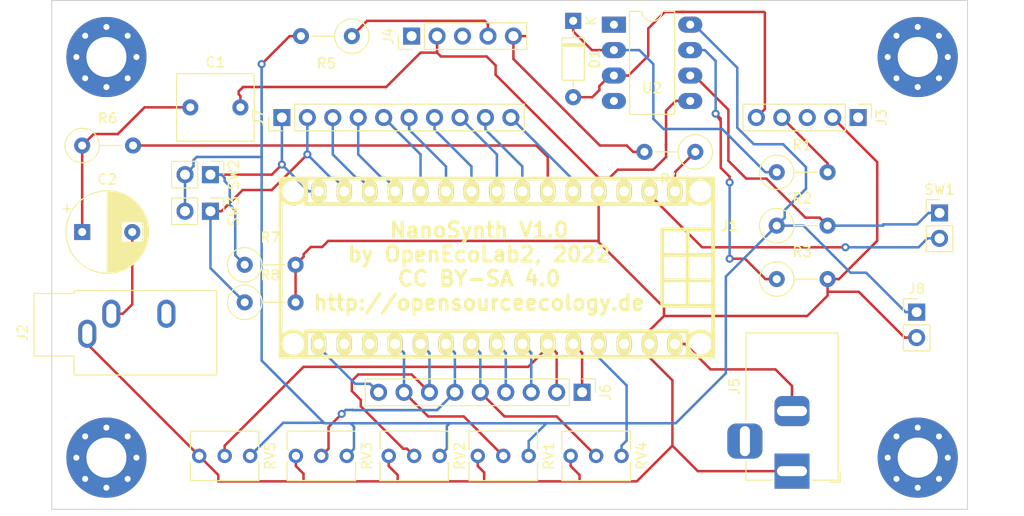
<source format=kicad_pcb>
(kicad_pcb (version 20171130) (host pcbnew 5.0.2+dfsg1-1~bpo9+1)

  (general
    (thickness 1.6)
    (drawings 5)
    (tracks 357)
    (zones 0)
    (modules 32)
    (nets 45)
  )

  (page A4)
  (title_block
    (title NanoSynth)
    (date 2022-09-24)
    (rev V.01)
    (company OpenEcoLab2)
  )

  (layers
    (0 F.Cu signal)
    (31 B.Cu signal)
    (32 B.Adhes user)
    (33 F.Adhes user)
    (34 B.Paste user)
    (35 F.Paste user)
    (36 B.SilkS user)
    (37 F.SilkS user)
    (38 B.Mask user)
    (39 F.Mask user)
    (40 Dwgs.User user)
    (41 Cmts.User user)
    (42 Eco1.User user)
    (43 Eco2.User user)
    (44 Edge.Cuts user)
    (45 Margin user)
    (46 B.CrtYd user)
    (47 F.CrtYd user)
    (48 B.Fab user)
    (49 F.Fab user)
  )

  (setup
    (last_trace_width 0.25)
    (trace_clearance 0.2)
    (zone_clearance 0.508)
    (zone_45_only no)
    (trace_min 0.2)
    (segment_width 0.2)
    (edge_width 0.1)
    (via_size 0.8)
    (via_drill 0.4)
    (via_min_size 0.4)
    (via_min_drill 0.3)
    (uvia_size 0.3)
    (uvia_drill 0.1)
    (uvias_allowed no)
    (uvia_min_size 0.2)
    (uvia_min_drill 0.1)
    (pcb_text_width 0.3)
    (pcb_text_size 1.5 1.5)
    (mod_edge_width 0.15)
    (mod_text_size 1 1)
    (mod_text_width 0.15)
    (pad_size 1.5 1.5)
    (pad_drill 0.6)
    (pad_to_mask_clearance 0)
    (solder_mask_min_width 0.25)
    (aux_axis_origin 0 0)
    (grid_origin 65.532 121.158)
    (visible_elements FFFFEFFF)
    (pcbplotparams
      (layerselection 0x010fc_ffffffff)
      (usegerberextensions true)
      (usegerberattributes false)
      (usegerberadvancedattributes false)
      (creategerberjobfile false)
      (excludeedgelayer true)
      (linewidth 0.100000)
      (plotframeref false)
      (viasonmask false)
      (mode 1)
      (useauxorigin false)
      (hpglpennumber 1)
      (hpglpenspeed 20)
      (hpglpendiameter 15.000000)
      (psnegative false)
      (psa4output false)
      (plotreference true)
      (plotvalue false)
      (plotinvisibletext false)
      (padsonsilk false)
      (subtractmaskfromsilk true)
      (outputformat 1)
      (mirror false)
      (drillshape 0)
      (scaleselection 1)
      (outputdirectory "nanosynth_1.0_gerbers/"))
  )

  (net 0 "")
  (net 1 "Net-(C1-Pad1)")
  (net 2 GND)
  (net 3 "Net-(C2-Pad2)")
  (net 4 "Net-(D1-Pad1)")
  (net 5 "Net-(D1-Pad2)")
  (net 6 "Net-(J1-Pad1)")
  (net 7 "Net-(J1-Pad2)")
  (net 8 "Net-(J1-Pad3)")
  (net 9 "Net-(J1-Pad5)")
  (net 10 "Net-(J1-Pad6)")
  (net 11 "Net-(J1-Pad7)")
  (net 12 "Net-(J1-Pad8)")
  (net 13 "Net-(J1-Pad9)")
  (net 14 "Net-(J1-Pad10)")
  (net 15 "Net-(J1-Pad11)")
  (net 16 "Net-(J1-Pad12)")
  (net 17 "Net-(J1-Pad13)")
  (net 18 "Net-(J1-Pad14)")
  (net 19 "Net-(J1-Pad15)")
  (net 20 "Net-(J1-Pad16)")
  (net 21 "Net-(J1-Pad17)")
  (net 22 "Net-(J1-Pad18)")
  (net 23 "Net-(J1-Pad19)")
  (net 24 "Net-(J1-Pad23)")
  (net 25 "Net-(J1-Pad24)")
  (net 26 "Net-(J1-Pad26)")
  (net 27 "Net-(J1-Pad28)")
  (net 28 "Net-(J1-Pad30)")
  (net 29 "Net-(J3-Pad1)")
  (net 30 "Net-(J3-Pad3)")
  (net 31 "Net-(J4-Pad3)")
  (net 32 "Net-(J4-Pad1)")
  (net 33 "Net-(J3-Pad4)")
  (net 34 +5V)
  (net 35 "Net-(R2-Pad2)")
  (net 36 "Net-(R3-Pad1)")
  (net 37 "Net-(J4-Pad5)")
  (net 38 "Net-(J4-Pad4)")
  (net 39 "Net-(U2-Pad1)")
  (net 40 "Net-(U2-Pad4)")
  (net 41 "Net-(J1-Pad20)")
  (net 42 "Net-(J1-Pad21)")
  (net 43 "Net-(J1-Pad22)")
  (net 44 "Net-(J1-Pad25)")

  (net_class Default "Dies ist die voreingestellte Netzklasse."
    (clearance 0.2)
    (trace_width 0.25)
    (via_dia 0.8)
    (via_drill 0.4)
    (uvia_dia 0.3)
    (uvia_drill 0.1)
    (add_net +5V)
    (add_net GND)
    (add_net "Net-(C1-Pad1)")
    (add_net "Net-(C2-Pad2)")
    (add_net "Net-(D1-Pad1)")
    (add_net "Net-(D1-Pad2)")
    (add_net "Net-(J1-Pad1)")
    (add_net "Net-(J1-Pad10)")
    (add_net "Net-(J1-Pad11)")
    (add_net "Net-(J1-Pad12)")
    (add_net "Net-(J1-Pad13)")
    (add_net "Net-(J1-Pad14)")
    (add_net "Net-(J1-Pad15)")
    (add_net "Net-(J1-Pad16)")
    (add_net "Net-(J1-Pad17)")
    (add_net "Net-(J1-Pad18)")
    (add_net "Net-(J1-Pad19)")
    (add_net "Net-(J1-Pad2)")
    (add_net "Net-(J1-Pad20)")
    (add_net "Net-(J1-Pad21)")
    (add_net "Net-(J1-Pad22)")
    (add_net "Net-(J1-Pad23)")
    (add_net "Net-(J1-Pad24)")
    (add_net "Net-(J1-Pad25)")
    (add_net "Net-(J1-Pad26)")
    (add_net "Net-(J1-Pad28)")
    (add_net "Net-(J1-Pad3)")
    (add_net "Net-(J1-Pad30)")
    (add_net "Net-(J1-Pad5)")
    (add_net "Net-(J1-Pad6)")
    (add_net "Net-(J1-Pad7)")
    (add_net "Net-(J1-Pad8)")
    (add_net "Net-(J1-Pad9)")
    (add_net "Net-(J3-Pad1)")
    (add_net "Net-(J3-Pad3)")
    (add_net "Net-(J3-Pad4)")
    (add_net "Net-(J4-Pad1)")
    (add_net "Net-(J4-Pad3)")
    (add_net "Net-(J4-Pad4)")
    (add_net "Net-(J4-Pad5)")
    (add_net "Net-(R2-Pad2)")
    (add_net "Net-(R3-Pad1)")
    (add_net "Net-(U2-Pad1)")
    (add_net "Net-(U2-Pad4)")
  )

  (module Connector_PinHeader_2.54mm:PinHeader_1x05_P2.54mm_Vertical (layer F.Cu) (tedit 59FED5CC) (tstamp 63456CE6)
    (at 146.05 82.042 270)
    (descr "Through hole straight pin header, 1x05, 2.54mm pitch, single row")
    (tags "Through hole pin header THT 1x05 2.54mm single row")
    (path /6328DD18)
    (fp_text reference J3 (at 0 -2.33 270) (layer F.SilkS)
      (effects (font (size 1 1) (thickness 0.15)))
    )
    (fp_text value MIDI-in (at 0 12.49 270) (layer F.Fab)
      (effects (font (size 1 1) (thickness 0.15)))
    )
    (fp_text user %R (at 0 5.08) (layer F.Fab)
      (effects (font (size 1 1) (thickness 0.15)))
    )
    (fp_line (start 1.8 -1.8) (end -1.8 -1.8) (layer F.CrtYd) (width 0.05))
    (fp_line (start 1.8 11.95) (end 1.8 -1.8) (layer F.CrtYd) (width 0.05))
    (fp_line (start -1.8 11.95) (end 1.8 11.95) (layer F.CrtYd) (width 0.05))
    (fp_line (start -1.8 -1.8) (end -1.8 11.95) (layer F.CrtYd) (width 0.05))
    (fp_line (start -1.33 -1.33) (end 0 -1.33) (layer F.SilkS) (width 0.12))
    (fp_line (start -1.33 0) (end -1.33 -1.33) (layer F.SilkS) (width 0.12))
    (fp_line (start -1.33 1.27) (end 1.33 1.27) (layer F.SilkS) (width 0.12))
    (fp_line (start 1.33 1.27) (end 1.33 11.49) (layer F.SilkS) (width 0.12))
    (fp_line (start -1.33 1.27) (end -1.33 11.49) (layer F.SilkS) (width 0.12))
    (fp_line (start -1.33 11.49) (end 1.33 11.49) (layer F.SilkS) (width 0.12))
    (fp_line (start -1.27 -0.635) (end -0.635 -1.27) (layer F.Fab) (width 0.1))
    (fp_line (start -1.27 11.43) (end -1.27 -0.635) (layer F.Fab) (width 0.1))
    (fp_line (start 1.27 11.43) (end -1.27 11.43) (layer F.Fab) (width 0.1))
    (fp_line (start 1.27 -1.27) (end 1.27 11.43) (layer F.Fab) (width 0.1))
    (fp_line (start -0.635 -1.27) (end 1.27 -1.27) (layer F.Fab) (width 0.1))
    (pad 5 thru_hole oval (at 0 10.16 270) (size 1.7 1.7) (drill 1) (layers *.Cu *.Mask)
      (net 5 "Net-(D1-Pad2)"))
    (pad 4 thru_hole oval (at 0 7.62 270) (size 1.7 1.7) (drill 1) (layers *.Cu *.Mask)
      (net 33 "Net-(J3-Pad4)"))
    (pad 3 thru_hole oval (at 0 5.08 270) (size 1.7 1.7) (drill 1) (layers *.Cu *.Mask)
      (net 30 "Net-(J3-Pad3)"))
    (pad 2 thru_hole oval (at 0 2.54 270) (size 1.7 1.7) (drill 1) (layers *.Cu *.Mask)
      (net 2 GND))
    (pad 1 thru_hole rect (at 0 0 270) (size 1.7 1.7) (drill 1) (layers *.Cu *.Mask)
      (net 29 "Net-(J3-Pad1)"))
    (model ${KISYS3DMOD}/Connector_PinHeader_2.54mm.3dshapes/PinHeader_1x05_P2.54mm_Vertical.wrl
      (at (xyz 0 0 0))
      (scale (xyz 1 1 1))
      (rotate (xyz 0 0 0))
    )
  )

  (module Connector_PinHeader_2.54mm:PinHeader_1x05_P2.54mm_Vertical (layer F.Cu) (tedit 59FED5CC) (tstamp 63456CCE)
    (at 101.473 73.914 90)
    (descr "Through hole straight pin header, 1x05, 2.54mm pitch, single row")
    (tags "Through hole pin header THT 1x05 2.54mm single row")
    (path /6328E161)
    (fp_text reference J4 (at 0 -2.33 90) (layer F.SilkS)
      (effects (font (size 1 1) (thickness 0.15)))
    )
    (fp_text value MIDI-out (at 0 12.49 90) (layer F.Fab)
      (effects (font (size 1 1) (thickness 0.15)))
    )
    (fp_line (start -0.635 -1.27) (end 1.27 -1.27) (layer F.Fab) (width 0.1))
    (fp_line (start 1.27 -1.27) (end 1.27 11.43) (layer F.Fab) (width 0.1))
    (fp_line (start 1.27 11.43) (end -1.27 11.43) (layer F.Fab) (width 0.1))
    (fp_line (start -1.27 11.43) (end -1.27 -0.635) (layer F.Fab) (width 0.1))
    (fp_line (start -1.27 -0.635) (end -0.635 -1.27) (layer F.Fab) (width 0.1))
    (fp_line (start -1.33 11.49) (end 1.33 11.49) (layer F.SilkS) (width 0.12))
    (fp_line (start -1.33 1.27) (end -1.33 11.49) (layer F.SilkS) (width 0.12))
    (fp_line (start 1.33 1.27) (end 1.33 11.49) (layer F.SilkS) (width 0.12))
    (fp_line (start -1.33 1.27) (end 1.33 1.27) (layer F.SilkS) (width 0.12))
    (fp_line (start -1.33 0) (end -1.33 -1.33) (layer F.SilkS) (width 0.12))
    (fp_line (start -1.33 -1.33) (end 0 -1.33) (layer F.SilkS) (width 0.12))
    (fp_line (start -1.8 -1.8) (end -1.8 11.95) (layer F.CrtYd) (width 0.05))
    (fp_line (start -1.8 11.95) (end 1.8 11.95) (layer F.CrtYd) (width 0.05))
    (fp_line (start 1.8 11.95) (end 1.8 -1.8) (layer F.CrtYd) (width 0.05))
    (fp_line (start 1.8 -1.8) (end -1.8 -1.8) (layer F.CrtYd) (width 0.05))
    (fp_text user %R (at 0 5.08 180) (layer F.Fab)
      (effects (font (size 1 1) (thickness 0.15)))
    )
    (pad 1 thru_hole rect (at 0 0 90) (size 1.7 1.7) (drill 1) (layers *.Cu *.Mask)
      (net 32 "Net-(J4-Pad1)"))
    (pad 2 thru_hole oval (at 0 2.54 90) (size 1.7 1.7) (drill 1) (layers *.Cu *.Mask)
      (net 2 GND))
    (pad 3 thru_hole oval (at 0 5.08 90) (size 1.7 1.7) (drill 1) (layers *.Cu *.Mask)
      (net 31 "Net-(J4-Pad3)"))
    (pad 4 thru_hole oval (at 0 7.62 90) (size 1.7 1.7) (drill 1) (layers *.Cu *.Mask)
      (net 38 "Net-(J4-Pad4)"))
    (pad 5 thru_hole oval (at 0 10.16 90) (size 1.7 1.7) (drill 1) (layers *.Cu *.Mask)
      (net 37 "Net-(J4-Pad5)"))
    (model ${KISYS3DMOD}/Connector_PinHeader_2.54mm.3dshapes/PinHeader_1x05_P2.54mm_Vertical.wrl
      (at (xyz 0 0 0))
      (scale (xyz 1 1 1))
      (rotate (xyz 0 0 0))
    )
  )

  (module Potentiometer_THT:Potentiometer_Vishay_T73XW_Horizontal (layer F.Cu) (tedit 5A3D4993) (tstamp 63453B75)
    (at 85.344 115.824 270)
    (descr "Potentiometer, horizontal, Vishay T73XW, http://www.vishay.com/docs/51016/t73.pdf")
    (tags "Potentiometer horizontal Vishay T73XW")
    (path /6328D425)
    (fp_text reference RV5 (at 0 -2.01 270) (layer F.SilkS)
      (effects (font (size 1 1) (thickness 0.15)))
    )
    (fp_text value 10K (at 0 7.09 270) (layer F.Fab)
      (effects (font (size 1 1) (thickness 0.15)))
    )
    (fp_line (start 2.35 -0.76) (end 2.35 5.84) (layer F.Fab) (width 0.1))
    (fp_line (start 2.35 5.84) (end -2.35 5.84) (layer F.Fab) (width 0.1))
    (fp_line (start -2.35 5.84) (end -2.35 -0.76) (layer F.Fab) (width 0.1))
    (fp_line (start -2.35 -0.76) (end 2.35 -0.76) (layer F.Fab) (width 0.1))
    (fp_line (start -2.47 -0.88) (end -0.65 -0.88) (layer F.SilkS) (width 0.12))
    (fp_line (start 0.65 -0.88) (end 2.47 -0.88) (layer F.SilkS) (width 0.12))
    (fp_line (start -2.47 5.96) (end -0.65 5.96) (layer F.SilkS) (width 0.12))
    (fp_line (start 0.65 5.96) (end 2.47 5.96) (layer F.SilkS) (width 0.12))
    (fp_line (start 2.47 -0.88) (end 2.47 5.96) (layer F.SilkS) (width 0.12))
    (fp_line (start -2.47 -0.88) (end -2.47 5.96) (layer F.SilkS) (width 0.12))
    (fp_line (start -2.6 -1.05) (end -2.6 6.1) (layer F.CrtYd) (width 0.05))
    (fp_line (start -2.6 6.1) (end 2.6 6.1) (layer F.CrtYd) (width 0.05))
    (fp_line (start 2.6 6.1) (end 2.6 -1.05) (layer F.CrtYd) (width 0.05))
    (fp_line (start 2.6 -1.05) (end -2.6 -1.05) (layer F.CrtYd) (width 0.05))
    (fp_text user %R (at 0 2.54 270) (layer F.Fab)
      (effects (font (size 1 1) (thickness 0.15)))
    )
    (pad 3 thru_hole circle (at 0 5.08 270) (size 1.44 1.44) (drill 0.8) (layers *.Cu *.Mask)
      (net 2 GND))
    (pad 2 thru_hole circle (at 0 2.54 270) (size 1.44 1.44) (drill 0.8) (layers *.Cu *.Mask)
      (net 44 "Net-(J1-Pad25)"))
    (pad 1 thru_hole circle (at 0 0 270) (size 1.44 1.44) (drill 0.8) (layers *.Cu *.Mask)
      (net 34 +5V))
    (model ${KISYS3DMOD}/Potentiometer_THT.3dshapes/Potentiometer_Vishay_T73XW_Horizontal.wrl
      (at (xyz 0 0 0))
      (scale (xyz 1 1 1))
      (rotate (xyz 0 0 0))
    )
  )

  (module Potentiometer_THT:Potentiometer_Vishay_T73XW_Horizontal (layer F.Cu) (tedit 5A3D4993) (tstamp 63453B60)
    (at 122.428 115.824 270)
    (descr "Potentiometer, horizontal, Vishay T73XW, http://www.vishay.com/docs/51016/t73.pdf")
    (tags "Potentiometer horizontal Vishay T73XW")
    (path /6328D3E3)
    (fp_text reference RV4 (at 0 -2.01 270) (layer F.SilkS)
      (effects (font (size 1 1) (thickness 0.15)))
    )
    (fp_text value 10K (at 0 7.09 270) (layer F.Fab)
      (effects (font (size 1 1) (thickness 0.15)))
    )
    (fp_text user %R (at 0 2.54 270) (layer F.Fab)
      (effects (font (size 1 1) (thickness 0.15)))
    )
    (fp_line (start 2.6 -1.05) (end -2.6 -1.05) (layer F.CrtYd) (width 0.05))
    (fp_line (start 2.6 6.1) (end 2.6 -1.05) (layer F.CrtYd) (width 0.05))
    (fp_line (start -2.6 6.1) (end 2.6 6.1) (layer F.CrtYd) (width 0.05))
    (fp_line (start -2.6 -1.05) (end -2.6 6.1) (layer F.CrtYd) (width 0.05))
    (fp_line (start -2.47 -0.88) (end -2.47 5.96) (layer F.SilkS) (width 0.12))
    (fp_line (start 2.47 -0.88) (end 2.47 5.96) (layer F.SilkS) (width 0.12))
    (fp_line (start 0.65 5.96) (end 2.47 5.96) (layer F.SilkS) (width 0.12))
    (fp_line (start -2.47 5.96) (end -0.65 5.96) (layer F.SilkS) (width 0.12))
    (fp_line (start 0.65 -0.88) (end 2.47 -0.88) (layer F.SilkS) (width 0.12))
    (fp_line (start -2.47 -0.88) (end -0.65 -0.88) (layer F.SilkS) (width 0.12))
    (fp_line (start -2.35 -0.76) (end 2.35 -0.76) (layer F.Fab) (width 0.1))
    (fp_line (start -2.35 5.84) (end -2.35 -0.76) (layer F.Fab) (width 0.1))
    (fp_line (start 2.35 5.84) (end -2.35 5.84) (layer F.Fab) (width 0.1))
    (fp_line (start 2.35 -0.76) (end 2.35 5.84) (layer F.Fab) (width 0.1))
    (pad 1 thru_hole circle (at 0 0 270) (size 1.44 1.44) (drill 0.8) (layers *.Cu *.Mask)
      (net 34 +5V))
    (pad 2 thru_hole circle (at 0 2.54 270) (size 1.44 1.44) (drill 0.8) (layers *.Cu *.Mask)
      (net 43 "Net-(J1-Pad22)"))
    (pad 3 thru_hole circle (at 0 5.08 270) (size 1.44 1.44) (drill 0.8) (layers *.Cu *.Mask)
      (net 2 GND))
    (model ${KISYS3DMOD}/Potentiometer_THT.3dshapes/Potentiometer_Vishay_T73XW_Horizontal.wrl
      (at (xyz 0 0 0))
      (scale (xyz 1 1 1))
      (rotate (xyz 0 0 0))
    )
  )

  (module Potentiometer_THT:Potentiometer_Vishay_T73XW_Horizontal (layer F.Cu) (tedit 5A3D4993) (tstamp 63453B4B)
    (at 94.996 115.824 270)
    (descr "Potentiometer, horizontal, Vishay T73XW, http://www.vishay.com/docs/51016/t73.pdf")
    (tags "Potentiometer horizontal Vishay T73XW")
    (path /6328D29A)
    (fp_text reference RV3 (at 0 -2.01 270) (layer F.SilkS)
      (effects (font (size 1 1) (thickness 0.15)))
    )
    (fp_text value 10K (at 0 7.09 270) (layer F.Fab)
      (effects (font (size 1 1) (thickness 0.15)))
    )
    (fp_line (start 2.35 -0.76) (end 2.35 5.84) (layer F.Fab) (width 0.1))
    (fp_line (start 2.35 5.84) (end -2.35 5.84) (layer F.Fab) (width 0.1))
    (fp_line (start -2.35 5.84) (end -2.35 -0.76) (layer F.Fab) (width 0.1))
    (fp_line (start -2.35 -0.76) (end 2.35 -0.76) (layer F.Fab) (width 0.1))
    (fp_line (start -2.47 -0.88) (end -0.65 -0.88) (layer F.SilkS) (width 0.12))
    (fp_line (start 0.65 -0.88) (end 2.47 -0.88) (layer F.SilkS) (width 0.12))
    (fp_line (start -2.47 5.96) (end -0.65 5.96) (layer F.SilkS) (width 0.12))
    (fp_line (start 0.65 5.96) (end 2.47 5.96) (layer F.SilkS) (width 0.12))
    (fp_line (start 2.47 -0.88) (end 2.47 5.96) (layer F.SilkS) (width 0.12))
    (fp_line (start -2.47 -0.88) (end -2.47 5.96) (layer F.SilkS) (width 0.12))
    (fp_line (start -2.6 -1.05) (end -2.6 6.1) (layer F.CrtYd) (width 0.05))
    (fp_line (start -2.6 6.1) (end 2.6 6.1) (layer F.CrtYd) (width 0.05))
    (fp_line (start 2.6 6.1) (end 2.6 -1.05) (layer F.CrtYd) (width 0.05))
    (fp_line (start 2.6 -1.05) (end -2.6 -1.05) (layer F.CrtYd) (width 0.05))
    (fp_text user %R (at 0 2.54 270) (layer F.Fab)
      (effects (font (size 1 1) (thickness 0.15)))
    )
    (pad 3 thru_hole circle (at 0 5.08 270) (size 1.44 1.44) (drill 0.8) (layers *.Cu *.Mask)
      (net 2 GND))
    (pad 2 thru_hole circle (at 0 2.54 270) (size 1.44 1.44) (drill 0.8) (layers *.Cu *.Mask)
      (net 42 "Net-(J1-Pad21)"))
    (pad 1 thru_hole circle (at 0 0 270) (size 1.44 1.44) (drill 0.8) (layers *.Cu *.Mask)
      (net 34 +5V))
    (model ${KISYS3DMOD}/Potentiometer_THT.3dshapes/Potentiometer_Vishay_T73XW_Horizontal.wrl
      (at (xyz 0 0 0))
      (scale (xyz 1 1 1))
      (rotate (xyz 0 0 0))
    )
  )

  (module Potentiometer_THT:Potentiometer_Vishay_T73XW_Horizontal (layer F.Cu) (tedit 5A3D4993) (tstamp 63453B36)
    (at 113.157 115.824 270)
    (descr "Potentiometer, horizontal, Vishay T73XW, http://www.vishay.com/docs/51016/t73.pdf")
    (tags "Potentiometer horizontal Vishay T73XW")
    (path /6328CF26)
    (fp_text reference RV1 (at 0 -2.01 270) (layer F.SilkS)
      (effects (font (size 1 1) (thickness 0.15)))
    )
    (fp_text value 10K (at 0 7.09 270) (layer F.Fab)
      (effects (font (size 1 1) (thickness 0.15)))
    )
    (fp_text user %R (at 0 2.54 270) (layer F.Fab)
      (effects (font (size 1 1) (thickness 0.15)))
    )
    (fp_line (start 2.6 -1.05) (end -2.6 -1.05) (layer F.CrtYd) (width 0.05))
    (fp_line (start 2.6 6.1) (end 2.6 -1.05) (layer F.CrtYd) (width 0.05))
    (fp_line (start -2.6 6.1) (end 2.6 6.1) (layer F.CrtYd) (width 0.05))
    (fp_line (start -2.6 -1.05) (end -2.6 6.1) (layer F.CrtYd) (width 0.05))
    (fp_line (start -2.47 -0.88) (end -2.47 5.96) (layer F.SilkS) (width 0.12))
    (fp_line (start 2.47 -0.88) (end 2.47 5.96) (layer F.SilkS) (width 0.12))
    (fp_line (start 0.65 5.96) (end 2.47 5.96) (layer F.SilkS) (width 0.12))
    (fp_line (start -2.47 5.96) (end -0.65 5.96) (layer F.SilkS) (width 0.12))
    (fp_line (start 0.65 -0.88) (end 2.47 -0.88) (layer F.SilkS) (width 0.12))
    (fp_line (start -2.47 -0.88) (end -0.65 -0.88) (layer F.SilkS) (width 0.12))
    (fp_line (start -2.35 -0.76) (end 2.35 -0.76) (layer F.Fab) (width 0.1))
    (fp_line (start -2.35 5.84) (end -2.35 -0.76) (layer F.Fab) (width 0.1))
    (fp_line (start 2.35 5.84) (end -2.35 5.84) (layer F.Fab) (width 0.1))
    (fp_line (start 2.35 -0.76) (end 2.35 5.84) (layer F.Fab) (width 0.1))
    (pad 1 thru_hole circle (at 0 0 270) (size 1.44 1.44) (drill 0.8) (layers *.Cu *.Mask)
      (net 34 +5V))
    (pad 2 thru_hole circle (at 0 2.54 270) (size 1.44 1.44) (drill 0.8) (layers *.Cu *.Mask)
      (net 23 "Net-(J1-Pad19)"))
    (pad 3 thru_hole circle (at 0 5.08 270) (size 1.44 1.44) (drill 0.8) (layers *.Cu *.Mask)
      (net 2 GND))
    (model ${KISYS3DMOD}/Potentiometer_THT.3dshapes/Potentiometer_Vishay_T73XW_Horizontal.wrl
      (at (xyz 0 0 0))
      (scale (xyz 1 1 1))
      (rotate (xyz 0 0 0))
    )
  )

  (module Potentiometer_THT:Potentiometer_Vishay_T73XW_Horizontal (layer F.Cu) (tedit 5A3D4993) (tstamp 63453B21)
    (at 104.267 115.824 270)
    (descr "Potentiometer, horizontal, Vishay T73XW, http://www.vishay.com/docs/51016/t73.pdf")
    (tags "Potentiometer horizontal Vishay T73XW")
    (path /6328D379)
    (fp_text reference RV2 (at 0 -2.01 270) (layer F.SilkS)
      (effects (font (size 1 1) (thickness 0.15)))
    )
    (fp_text value 10K (at 0 7.09 270) (layer F.Fab)
      (effects (font (size 1 1) (thickness 0.15)))
    )
    (fp_line (start 2.35 -0.76) (end 2.35 5.84) (layer F.Fab) (width 0.1))
    (fp_line (start 2.35 5.84) (end -2.35 5.84) (layer F.Fab) (width 0.1))
    (fp_line (start -2.35 5.84) (end -2.35 -0.76) (layer F.Fab) (width 0.1))
    (fp_line (start -2.35 -0.76) (end 2.35 -0.76) (layer F.Fab) (width 0.1))
    (fp_line (start -2.47 -0.88) (end -0.65 -0.88) (layer F.SilkS) (width 0.12))
    (fp_line (start 0.65 -0.88) (end 2.47 -0.88) (layer F.SilkS) (width 0.12))
    (fp_line (start -2.47 5.96) (end -0.65 5.96) (layer F.SilkS) (width 0.12))
    (fp_line (start 0.65 5.96) (end 2.47 5.96) (layer F.SilkS) (width 0.12))
    (fp_line (start 2.47 -0.88) (end 2.47 5.96) (layer F.SilkS) (width 0.12))
    (fp_line (start -2.47 -0.88) (end -2.47 5.96) (layer F.SilkS) (width 0.12))
    (fp_line (start -2.6 -1.05) (end -2.6 6.1) (layer F.CrtYd) (width 0.05))
    (fp_line (start -2.6 6.1) (end 2.6 6.1) (layer F.CrtYd) (width 0.05))
    (fp_line (start 2.6 6.1) (end 2.6 -1.05) (layer F.CrtYd) (width 0.05))
    (fp_line (start 2.6 -1.05) (end -2.6 -1.05) (layer F.CrtYd) (width 0.05))
    (fp_text user %R (at 0 2.54 270) (layer F.Fab)
      (effects (font (size 1 1) (thickness 0.15)))
    )
    (pad 3 thru_hole circle (at 0 5.08 270) (size 1.44 1.44) (drill 0.8) (layers *.Cu *.Mask)
      (net 2 GND))
    (pad 2 thru_hole circle (at 0 2.54 270) (size 1.44 1.44) (drill 0.8) (layers *.Cu *.Mask)
      (net 41 "Net-(J1-Pad20)"))
    (pad 1 thru_hole circle (at 0 0 270) (size 1.44 1.44) (drill 0.8) (layers *.Cu *.Mask)
      (net 34 +5V))
    (model ${KISYS3DMOD}/Potentiometer_THT.3dshapes/Potentiometer_Vishay_T73XW_Horizontal.wrl
      (at (xyz 0 0 0))
      (scale (xyz 1 1 1))
      (rotate (xyz 0 0 0))
    )
  )

  (module Capacitor_THT:C_Rect_L7.5mm_W6.5mm_P5.00mm (layer F.Cu) (tedit 5AE50EF0) (tstamp 633D6600)
    (at 79.375 81.026)
    (descr "C, Rect series, Radial, pin pitch=5.00mm, , length*width=7.5*6.5mm^2, Capacitor")
    (tags "C Rect series Radial pin pitch 5.00mm  length 7.5mm width 6.5mm Capacitor")
    (path /632B08A9)
    (fp_text reference C1 (at 2.5 -4.5) (layer F.SilkS)
      (effects (font (size 1 1) (thickness 0.15)))
    )
    (fp_text value 33nF (at 2.5 4.5) (layer F.Fab)
      (effects (font (size 1 1) (thickness 0.15)))
    )
    (fp_line (start -1.25 -3.25) (end -1.25 3.25) (layer F.Fab) (width 0.1))
    (fp_line (start -1.25 3.25) (end 6.25 3.25) (layer F.Fab) (width 0.1))
    (fp_line (start 6.25 3.25) (end 6.25 -3.25) (layer F.Fab) (width 0.1))
    (fp_line (start 6.25 -3.25) (end -1.25 -3.25) (layer F.Fab) (width 0.1))
    (fp_line (start -1.37 -3.37) (end 6.37 -3.37) (layer F.SilkS) (width 0.12))
    (fp_line (start -1.37 3.37) (end 6.37 3.37) (layer F.SilkS) (width 0.12))
    (fp_line (start -1.37 -3.37) (end -1.37 3.37) (layer F.SilkS) (width 0.12))
    (fp_line (start 6.37 -3.37) (end 6.37 3.37) (layer F.SilkS) (width 0.12))
    (fp_line (start -1.5 -3.5) (end -1.5 3.5) (layer F.CrtYd) (width 0.05))
    (fp_line (start -1.5 3.5) (end 6.5 3.5) (layer F.CrtYd) (width 0.05))
    (fp_line (start 6.5 3.5) (end 6.5 -3.5) (layer F.CrtYd) (width 0.05))
    (fp_line (start 6.5 -3.5) (end -1.5 -3.5) (layer F.CrtYd) (width 0.05))
    (fp_text user %R (at 2.5 0) (layer F.Fab)
      (effects (font (size 1 1) (thickness 0.15)))
    )
    (pad 1 thru_hole circle (at 0 0) (size 1.6 1.6) (drill 0.8) (layers *.Cu *.Mask)
      (net 1 "Net-(C1-Pad1)"))
    (pad 2 thru_hole circle (at 5 0) (size 1.6 1.6) (drill 0.8) (layers *.Cu *.Mask)
      (net 2 GND))
    (model ${KISYS3DMOD}/Capacitor_THT.3dshapes/C_Rect_L7.5mm_W6.5mm_P5.00mm.wrl
      (at (xyz 0 0 0))
      (scale (xyz 1 1 1))
      (rotate (xyz 0 0 0))
    )
  )

  (module Capacitor_THT:CP_Radial_D8.0mm_P5.00mm (layer F.Cu) (tedit 5AE50EF0) (tstamp 633D66A9)
    (at 68.58 93.472)
    (descr "CP, Radial series, Radial, pin pitch=5.00mm, , diameter=8mm, Electrolytic Capacitor")
    (tags "CP Radial series Radial pin pitch 5.00mm  diameter 8mm Electrolytic Capacitor")
    (path /632B099C)
    (fp_text reference C2 (at 2.5 -5.25) (layer F.SilkS)
      (effects (font (size 1 1) (thickness 0.15)))
    )
    (fp_text value 100uF (at 2.5 5.25) (layer F.Fab)
      (effects (font (size 1 1) (thickness 0.15)))
    )
    (fp_circle (center 2.5 0) (end 6.5 0) (layer F.Fab) (width 0.1))
    (fp_circle (center 2.5 0) (end 6.62 0) (layer F.SilkS) (width 0.12))
    (fp_circle (center 2.5 0) (end 6.75 0) (layer F.CrtYd) (width 0.05))
    (fp_line (start -0.926759 -1.7475) (end -0.126759 -1.7475) (layer F.Fab) (width 0.1))
    (fp_line (start -0.526759 -2.1475) (end -0.526759 -1.3475) (layer F.Fab) (width 0.1))
    (fp_line (start 2.5 -4.08) (end 2.5 4.08) (layer F.SilkS) (width 0.12))
    (fp_line (start 2.54 -4.08) (end 2.54 4.08) (layer F.SilkS) (width 0.12))
    (fp_line (start 2.58 -4.08) (end 2.58 4.08) (layer F.SilkS) (width 0.12))
    (fp_line (start 2.62 -4.079) (end 2.62 4.079) (layer F.SilkS) (width 0.12))
    (fp_line (start 2.66 -4.077) (end 2.66 4.077) (layer F.SilkS) (width 0.12))
    (fp_line (start 2.7 -4.076) (end 2.7 4.076) (layer F.SilkS) (width 0.12))
    (fp_line (start 2.74 -4.074) (end 2.74 4.074) (layer F.SilkS) (width 0.12))
    (fp_line (start 2.78 -4.071) (end 2.78 4.071) (layer F.SilkS) (width 0.12))
    (fp_line (start 2.82 -4.068) (end 2.82 4.068) (layer F.SilkS) (width 0.12))
    (fp_line (start 2.86 -4.065) (end 2.86 4.065) (layer F.SilkS) (width 0.12))
    (fp_line (start 2.9 -4.061) (end 2.9 4.061) (layer F.SilkS) (width 0.12))
    (fp_line (start 2.94 -4.057) (end 2.94 4.057) (layer F.SilkS) (width 0.12))
    (fp_line (start 2.98 -4.052) (end 2.98 4.052) (layer F.SilkS) (width 0.12))
    (fp_line (start 3.02 -4.048) (end 3.02 4.048) (layer F.SilkS) (width 0.12))
    (fp_line (start 3.06 -4.042) (end 3.06 4.042) (layer F.SilkS) (width 0.12))
    (fp_line (start 3.1 -4.037) (end 3.1 4.037) (layer F.SilkS) (width 0.12))
    (fp_line (start 3.14 -4.03) (end 3.14 4.03) (layer F.SilkS) (width 0.12))
    (fp_line (start 3.18 -4.024) (end 3.18 4.024) (layer F.SilkS) (width 0.12))
    (fp_line (start 3.221 -4.017) (end 3.221 4.017) (layer F.SilkS) (width 0.12))
    (fp_line (start 3.261 -4.01) (end 3.261 4.01) (layer F.SilkS) (width 0.12))
    (fp_line (start 3.301 -4.002) (end 3.301 4.002) (layer F.SilkS) (width 0.12))
    (fp_line (start 3.341 -3.994) (end 3.341 3.994) (layer F.SilkS) (width 0.12))
    (fp_line (start 3.381 -3.985) (end 3.381 3.985) (layer F.SilkS) (width 0.12))
    (fp_line (start 3.421 -3.976) (end 3.421 3.976) (layer F.SilkS) (width 0.12))
    (fp_line (start 3.461 -3.967) (end 3.461 3.967) (layer F.SilkS) (width 0.12))
    (fp_line (start 3.501 -3.957) (end 3.501 3.957) (layer F.SilkS) (width 0.12))
    (fp_line (start 3.541 -3.947) (end 3.541 3.947) (layer F.SilkS) (width 0.12))
    (fp_line (start 3.581 -3.936) (end 3.581 3.936) (layer F.SilkS) (width 0.12))
    (fp_line (start 3.621 -3.925) (end 3.621 3.925) (layer F.SilkS) (width 0.12))
    (fp_line (start 3.661 -3.914) (end 3.661 3.914) (layer F.SilkS) (width 0.12))
    (fp_line (start 3.701 -3.902) (end 3.701 3.902) (layer F.SilkS) (width 0.12))
    (fp_line (start 3.741 -3.889) (end 3.741 3.889) (layer F.SilkS) (width 0.12))
    (fp_line (start 3.781 -3.877) (end 3.781 3.877) (layer F.SilkS) (width 0.12))
    (fp_line (start 3.821 -3.863) (end 3.821 3.863) (layer F.SilkS) (width 0.12))
    (fp_line (start 3.861 -3.85) (end 3.861 3.85) (layer F.SilkS) (width 0.12))
    (fp_line (start 3.901 -3.835) (end 3.901 3.835) (layer F.SilkS) (width 0.12))
    (fp_line (start 3.941 -3.821) (end 3.941 3.821) (layer F.SilkS) (width 0.12))
    (fp_line (start 3.981 -3.805) (end 3.981 -1.04) (layer F.SilkS) (width 0.12))
    (fp_line (start 3.981 1.04) (end 3.981 3.805) (layer F.SilkS) (width 0.12))
    (fp_line (start 4.021 -3.79) (end 4.021 -1.04) (layer F.SilkS) (width 0.12))
    (fp_line (start 4.021 1.04) (end 4.021 3.79) (layer F.SilkS) (width 0.12))
    (fp_line (start 4.061 -3.774) (end 4.061 -1.04) (layer F.SilkS) (width 0.12))
    (fp_line (start 4.061 1.04) (end 4.061 3.774) (layer F.SilkS) (width 0.12))
    (fp_line (start 4.101 -3.757) (end 4.101 -1.04) (layer F.SilkS) (width 0.12))
    (fp_line (start 4.101 1.04) (end 4.101 3.757) (layer F.SilkS) (width 0.12))
    (fp_line (start 4.141 -3.74) (end 4.141 -1.04) (layer F.SilkS) (width 0.12))
    (fp_line (start 4.141 1.04) (end 4.141 3.74) (layer F.SilkS) (width 0.12))
    (fp_line (start 4.181 -3.722) (end 4.181 -1.04) (layer F.SilkS) (width 0.12))
    (fp_line (start 4.181 1.04) (end 4.181 3.722) (layer F.SilkS) (width 0.12))
    (fp_line (start 4.221 -3.704) (end 4.221 -1.04) (layer F.SilkS) (width 0.12))
    (fp_line (start 4.221 1.04) (end 4.221 3.704) (layer F.SilkS) (width 0.12))
    (fp_line (start 4.261 -3.686) (end 4.261 -1.04) (layer F.SilkS) (width 0.12))
    (fp_line (start 4.261 1.04) (end 4.261 3.686) (layer F.SilkS) (width 0.12))
    (fp_line (start 4.301 -3.666) (end 4.301 -1.04) (layer F.SilkS) (width 0.12))
    (fp_line (start 4.301 1.04) (end 4.301 3.666) (layer F.SilkS) (width 0.12))
    (fp_line (start 4.341 -3.647) (end 4.341 -1.04) (layer F.SilkS) (width 0.12))
    (fp_line (start 4.341 1.04) (end 4.341 3.647) (layer F.SilkS) (width 0.12))
    (fp_line (start 4.381 -3.627) (end 4.381 -1.04) (layer F.SilkS) (width 0.12))
    (fp_line (start 4.381 1.04) (end 4.381 3.627) (layer F.SilkS) (width 0.12))
    (fp_line (start 4.421 -3.606) (end 4.421 -1.04) (layer F.SilkS) (width 0.12))
    (fp_line (start 4.421 1.04) (end 4.421 3.606) (layer F.SilkS) (width 0.12))
    (fp_line (start 4.461 -3.584) (end 4.461 -1.04) (layer F.SilkS) (width 0.12))
    (fp_line (start 4.461 1.04) (end 4.461 3.584) (layer F.SilkS) (width 0.12))
    (fp_line (start 4.501 -3.562) (end 4.501 -1.04) (layer F.SilkS) (width 0.12))
    (fp_line (start 4.501 1.04) (end 4.501 3.562) (layer F.SilkS) (width 0.12))
    (fp_line (start 4.541 -3.54) (end 4.541 -1.04) (layer F.SilkS) (width 0.12))
    (fp_line (start 4.541 1.04) (end 4.541 3.54) (layer F.SilkS) (width 0.12))
    (fp_line (start 4.581 -3.517) (end 4.581 -1.04) (layer F.SilkS) (width 0.12))
    (fp_line (start 4.581 1.04) (end 4.581 3.517) (layer F.SilkS) (width 0.12))
    (fp_line (start 4.621 -3.493) (end 4.621 -1.04) (layer F.SilkS) (width 0.12))
    (fp_line (start 4.621 1.04) (end 4.621 3.493) (layer F.SilkS) (width 0.12))
    (fp_line (start 4.661 -3.469) (end 4.661 -1.04) (layer F.SilkS) (width 0.12))
    (fp_line (start 4.661 1.04) (end 4.661 3.469) (layer F.SilkS) (width 0.12))
    (fp_line (start 4.701 -3.444) (end 4.701 -1.04) (layer F.SilkS) (width 0.12))
    (fp_line (start 4.701 1.04) (end 4.701 3.444) (layer F.SilkS) (width 0.12))
    (fp_line (start 4.741 -3.418) (end 4.741 -1.04) (layer F.SilkS) (width 0.12))
    (fp_line (start 4.741 1.04) (end 4.741 3.418) (layer F.SilkS) (width 0.12))
    (fp_line (start 4.781 -3.392) (end 4.781 -1.04) (layer F.SilkS) (width 0.12))
    (fp_line (start 4.781 1.04) (end 4.781 3.392) (layer F.SilkS) (width 0.12))
    (fp_line (start 4.821 -3.365) (end 4.821 -1.04) (layer F.SilkS) (width 0.12))
    (fp_line (start 4.821 1.04) (end 4.821 3.365) (layer F.SilkS) (width 0.12))
    (fp_line (start 4.861 -3.338) (end 4.861 -1.04) (layer F.SilkS) (width 0.12))
    (fp_line (start 4.861 1.04) (end 4.861 3.338) (layer F.SilkS) (width 0.12))
    (fp_line (start 4.901 -3.309) (end 4.901 -1.04) (layer F.SilkS) (width 0.12))
    (fp_line (start 4.901 1.04) (end 4.901 3.309) (layer F.SilkS) (width 0.12))
    (fp_line (start 4.941 -3.28) (end 4.941 -1.04) (layer F.SilkS) (width 0.12))
    (fp_line (start 4.941 1.04) (end 4.941 3.28) (layer F.SilkS) (width 0.12))
    (fp_line (start 4.981 -3.25) (end 4.981 -1.04) (layer F.SilkS) (width 0.12))
    (fp_line (start 4.981 1.04) (end 4.981 3.25) (layer F.SilkS) (width 0.12))
    (fp_line (start 5.021 -3.22) (end 5.021 -1.04) (layer F.SilkS) (width 0.12))
    (fp_line (start 5.021 1.04) (end 5.021 3.22) (layer F.SilkS) (width 0.12))
    (fp_line (start 5.061 -3.189) (end 5.061 -1.04) (layer F.SilkS) (width 0.12))
    (fp_line (start 5.061 1.04) (end 5.061 3.189) (layer F.SilkS) (width 0.12))
    (fp_line (start 5.101 -3.156) (end 5.101 -1.04) (layer F.SilkS) (width 0.12))
    (fp_line (start 5.101 1.04) (end 5.101 3.156) (layer F.SilkS) (width 0.12))
    (fp_line (start 5.141 -3.124) (end 5.141 -1.04) (layer F.SilkS) (width 0.12))
    (fp_line (start 5.141 1.04) (end 5.141 3.124) (layer F.SilkS) (width 0.12))
    (fp_line (start 5.181 -3.09) (end 5.181 -1.04) (layer F.SilkS) (width 0.12))
    (fp_line (start 5.181 1.04) (end 5.181 3.09) (layer F.SilkS) (width 0.12))
    (fp_line (start 5.221 -3.055) (end 5.221 -1.04) (layer F.SilkS) (width 0.12))
    (fp_line (start 5.221 1.04) (end 5.221 3.055) (layer F.SilkS) (width 0.12))
    (fp_line (start 5.261 -3.019) (end 5.261 -1.04) (layer F.SilkS) (width 0.12))
    (fp_line (start 5.261 1.04) (end 5.261 3.019) (layer F.SilkS) (width 0.12))
    (fp_line (start 5.301 -2.983) (end 5.301 -1.04) (layer F.SilkS) (width 0.12))
    (fp_line (start 5.301 1.04) (end 5.301 2.983) (layer F.SilkS) (width 0.12))
    (fp_line (start 5.341 -2.945) (end 5.341 -1.04) (layer F.SilkS) (width 0.12))
    (fp_line (start 5.341 1.04) (end 5.341 2.945) (layer F.SilkS) (width 0.12))
    (fp_line (start 5.381 -2.907) (end 5.381 -1.04) (layer F.SilkS) (width 0.12))
    (fp_line (start 5.381 1.04) (end 5.381 2.907) (layer F.SilkS) (width 0.12))
    (fp_line (start 5.421 -2.867) (end 5.421 -1.04) (layer F.SilkS) (width 0.12))
    (fp_line (start 5.421 1.04) (end 5.421 2.867) (layer F.SilkS) (width 0.12))
    (fp_line (start 5.461 -2.826) (end 5.461 -1.04) (layer F.SilkS) (width 0.12))
    (fp_line (start 5.461 1.04) (end 5.461 2.826) (layer F.SilkS) (width 0.12))
    (fp_line (start 5.501 -2.784) (end 5.501 -1.04) (layer F.SilkS) (width 0.12))
    (fp_line (start 5.501 1.04) (end 5.501 2.784) (layer F.SilkS) (width 0.12))
    (fp_line (start 5.541 -2.741) (end 5.541 -1.04) (layer F.SilkS) (width 0.12))
    (fp_line (start 5.541 1.04) (end 5.541 2.741) (layer F.SilkS) (width 0.12))
    (fp_line (start 5.581 -2.697) (end 5.581 -1.04) (layer F.SilkS) (width 0.12))
    (fp_line (start 5.581 1.04) (end 5.581 2.697) (layer F.SilkS) (width 0.12))
    (fp_line (start 5.621 -2.651) (end 5.621 -1.04) (layer F.SilkS) (width 0.12))
    (fp_line (start 5.621 1.04) (end 5.621 2.651) (layer F.SilkS) (width 0.12))
    (fp_line (start 5.661 -2.604) (end 5.661 -1.04) (layer F.SilkS) (width 0.12))
    (fp_line (start 5.661 1.04) (end 5.661 2.604) (layer F.SilkS) (width 0.12))
    (fp_line (start 5.701 -2.556) (end 5.701 -1.04) (layer F.SilkS) (width 0.12))
    (fp_line (start 5.701 1.04) (end 5.701 2.556) (layer F.SilkS) (width 0.12))
    (fp_line (start 5.741 -2.505) (end 5.741 -1.04) (layer F.SilkS) (width 0.12))
    (fp_line (start 5.741 1.04) (end 5.741 2.505) (layer F.SilkS) (width 0.12))
    (fp_line (start 5.781 -2.454) (end 5.781 -1.04) (layer F.SilkS) (width 0.12))
    (fp_line (start 5.781 1.04) (end 5.781 2.454) (layer F.SilkS) (width 0.12))
    (fp_line (start 5.821 -2.4) (end 5.821 -1.04) (layer F.SilkS) (width 0.12))
    (fp_line (start 5.821 1.04) (end 5.821 2.4) (layer F.SilkS) (width 0.12))
    (fp_line (start 5.861 -2.345) (end 5.861 -1.04) (layer F.SilkS) (width 0.12))
    (fp_line (start 5.861 1.04) (end 5.861 2.345) (layer F.SilkS) (width 0.12))
    (fp_line (start 5.901 -2.287) (end 5.901 -1.04) (layer F.SilkS) (width 0.12))
    (fp_line (start 5.901 1.04) (end 5.901 2.287) (layer F.SilkS) (width 0.12))
    (fp_line (start 5.941 -2.228) (end 5.941 -1.04) (layer F.SilkS) (width 0.12))
    (fp_line (start 5.941 1.04) (end 5.941 2.228) (layer F.SilkS) (width 0.12))
    (fp_line (start 5.981 -2.166) (end 5.981 -1.04) (layer F.SilkS) (width 0.12))
    (fp_line (start 5.981 1.04) (end 5.981 2.166) (layer F.SilkS) (width 0.12))
    (fp_line (start 6.021 -2.102) (end 6.021 -1.04) (layer F.SilkS) (width 0.12))
    (fp_line (start 6.021 1.04) (end 6.021 2.102) (layer F.SilkS) (width 0.12))
    (fp_line (start 6.061 -2.034) (end 6.061 2.034) (layer F.SilkS) (width 0.12))
    (fp_line (start 6.101 -1.964) (end 6.101 1.964) (layer F.SilkS) (width 0.12))
    (fp_line (start 6.141 -1.89) (end 6.141 1.89) (layer F.SilkS) (width 0.12))
    (fp_line (start 6.181 -1.813) (end 6.181 1.813) (layer F.SilkS) (width 0.12))
    (fp_line (start 6.221 -1.731) (end 6.221 1.731) (layer F.SilkS) (width 0.12))
    (fp_line (start 6.261 -1.645) (end 6.261 1.645) (layer F.SilkS) (width 0.12))
    (fp_line (start 6.301 -1.552) (end 6.301 1.552) (layer F.SilkS) (width 0.12))
    (fp_line (start 6.341 -1.453) (end 6.341 1.453) (layer F.SilkS) (width 0.12))
    (fp_line (start 6.381 -1.346) (end 6.381 1.346) (layer F.SilkS) (width 0.12))
    (fp_line (start 6.421 -1.229) (end 6.421 1.229) (layer F.SilkS) (width 0.12))
    (fp_line (start 6.461 -1.098) (end 6.461 1.098) (layer F.SilkS) (width 0.12))
    (fp_line (start 6.501 -0.948) (end 6.501 0.948) (layer F.SilkS) (width 0.12))
    (fp_line (start 6.541 -0.768) (end 6.541 0.768) (layer F.SilkS) (width 0.12))
    (fp_line (start 6.581 -0.533) (end 6.581 0.533) (layer F.SilkS) (width 0.12))
    (fp_line (start -1.909698 -2.315) (end -1.109698 -2.315) (layer F.SilkS) (width 0.12))
    (fp_line (start -1.509698 -2.715) (end -1.509698 -1.915) (layer F.SilkS) (width 0.12))
    (fp_text user %R (at 2.5 0) (layer F.Fab)
      (effects (font (size 1 1) (thickness 0.15)))
    )
    (pad 1 thru_hole rect (at 0 0) (size 1.6 1.6) (drill 0.8) (layers *.Cu *.Mask)
      (net 1 "Net-(C1-Pad1)"))
    (pad 2 thru_hole circle (at 5 0) (size 1.6 1.6) (drill 0.8) (layers *.Cu *.Mask)
      (net 3 "Net-(C2-Pad2)"))
    (model ${KISYS3DMOD}/Capacitor_THT.3dshapes/CP_Radial_D8.0mm_P5.00mm.wrl
      (at (xyz 0 0 0))
      (scale (xyz 1 1 1))
      (rotate (xyz 0 0 0))
    )
  )

  (module Diode_THT:D_DO-35_SOD27_P7.62mm_Horizontal (layer F.Cu) (tedit 5AE50CD5) (tstamp 633D7252)
    (at 117.602 72.39 270)
    (descr "Diode, DO-35_SOD27 series, Axial, Horizontal, pin pitch=7.62mm, , length*diameter=4*2mm^2, , http://www.diodes.com/_files/packages/DO-35.pdf")
    (tags "Diode DO-35_SOD27 series Axial Horizontal pin pitch 7.62mm  length 4mm diameter 2mm")
    (path /6329391A)
    (fp_text reference D1 (at 3.81 -2.12 270) (layer F.SilkS)
      (effects (font (size 1 1) (thickness 0.15)))
    )
    (fp_text value D_ALT (at 3.81 2.12 270) (layer F.Fab)
      (effects (font (size 1 1) (thickness 0.15)))
    )
    (fp_line (start 1.81 -1) (end 1.81 1) (layer F.Fab) (width 0.1))
    (fp_line (start 1.81 1) (end 5.81 1) (layer F.Fab) (width 0.1))
    (fp_line (start 5.81 1) (end 5.81 -1) (layer F.Fab) (width 0.1))
    (fp_line (start 5.81 -1) (end 1.81 -1) (layer F.Fab) (width 0.1))
    (fp_line (start 0 0) (end 1.81 0) (layer F.Fab) (width 0.1))
    (fp_line (start 7.62 0) (end 5.81 0) (layer F.Fab) (width 0.1))
    (fp_line (start 2.41 -1) (end 2.41 1) (layer F.Fab) (width 0.1))
    (fp_line (start 2.51 -1) (end 2.51 1) (layer F.Fab) (width 0.1))
    (fp_line (start 2.31 -1) (end 2.31 1) (layer F.Fab) (width 0.1))
    (fp_line (start 1.69 -1.12) (end 1.69 1.12) (layer F.SilkS) (width 0.12))
    (fp_line (start 1.69 1.12) (end 5.93 1.12) (layer F.SilkS) (width 0.12))
    (fp_line (start 5.93 1.12) (end 5.93 -1.12) (layer F.SilkS) (width 0.12))
    (fp_line (start 5.93 -1.12) (end 1.69 -1.12) (layer F.SilkS) (width 0.12))
    (fp_line (start 1.04 0) (end 1.69 0) (layer F.SilkS) (width 0.12))
    (fp_line (start 6.58 0) (end 5.93 0) (layer F.SilkS) (width 0.12))
    (fp_line (start 2.41 -1.12) (end 2.41 1.12) (layer F.SilkS) (width 0.12))
    (fp_line (start 2.53 -1.12) (end 2.53 1.12) (layer F.SilkS) (width 0.12))
    (fp_line (start 2.29 -1.12) (end 2.29 1.12) (layer F.SilkS) (width 0.12))
    (fp_line (start -1.05 -1.25) (end -1.05 1.25) (layer F.CrtYd) (width 0.05))
    (fp_line (start -1.05 1.25) (end 8.67 1.25) (layer F.CrtYd) (width 0.05))
    (fp_line (start 8.67 1.25) (end 8.67 -1.25) (layer F.CrtYd) (width 0.05))
    (fp_line (start 8.67 -1.25) (end -1.05 -1.25) (layer F.CrtYd) (width 0.05))
    (fp_text user %R (at 4.11 0 270) (layer F.Fab)
      (effects (font (size 0.8 0.8) (thickness 0.12)))
    )
    (fp_text user K (at 0 -1.8 270) (layer F.Fab)
      (effects (font (size 1 1) (thickness 0.15)))
    )
    (fp_text user K (at 0 -1.8 270) (layer F.SilkS)
      (effects (font (size 1 1) (thickness 0.15)))
    )
    (pad 1 thru_hole rect (at 0 0 270) (size 1.6 1.6) (drill 0.8) (layers *.Cu *.Mask)
      (net 4 "Net-(D1-Pad1)"))
    (pad 2 thru_hole oval (at 7.62 0 270) (size 1.6 1.6) (drill 0.8) (layers *.Cu *.Mask)
      (net 5 "Net-(D1-Pad2)"))
    (model ${KISYS3DMOD}/Diode_THT.3dshapes/D_DO-35_SOD27_P7.62mm_Horizontal.wrl
      (at (xyz 0 0 0))
      (scale (xyz 1 1 1))
      (rotate (xyz 0 0 0))
    )
  )

  (module w_conn_misc:arduino_nano_header (layer F.Cu) (tedit 6350693A) (tstamp 635CE495)
    (at 109.982 97.028 180)
    (descr "Arduino Nano Header")
    (tags Arduino)
    (path /592F5EEA)
    (fp_text reference J1 (at -23.241 4.191 180) (layer F.SilkS)
      (effects (font (size 1.016 1.016) (thickness 0.2032)))
    )
    (fp_text value Arduino_Nano_Header (at 0 -1.27 180) (layer F.SilkS) hide
      (effects (font (size 1.016 0.889) (thickness 0.2032)))
    )
    (fp_line (start -16.51 -1.27) (end -21.59 -1.27) (layer F.SilkS) (width 0.381))
    (fp_line (start -16.51 1.27) (end -21.59 1.27) (layer F.SilkS) (width 0.381))
    (fp_line (start -19.05 -3.81) (end -19.05 3.81) (layer F.SilkS) (width 0.381))
    (fp_line (start -21.59 -3.81) (end -16.51 -3.81) (layer F.SilkS) (width 0.381))
    (fp_line (start -16.51 -3.81) (end -16.51 3.81) (layer F.SilkS) (width 0.381))
    (fp_line (start -16.51 3.81) (end -21.59 3.81) (layer F.SilkS) (width 0.381))
    (fp_line (start 21.59 -8.89) (end -21.59 -8.89) (layer F.SilkS) (width 0.381))
    (fp_line (start -21.59 8.89) (end 21.59 8.89) (layer F.SilkS) (width 0.381))
    (fp_line (start -21.59 8.89) (end -21.59 -8.89) (layer F.SilkS) (width 0.381))
    (fp_line (start 21.59 8.89) (end 21.59 -8.89) (layer F.SilkS) (width 0.381))
    (fp_circle (center -20.32 -7.62) (end -21.59 -7.62) (layer F.SilkS) (width 0.381))
    (fp_circle (center -20.32 7.62) (end -21.59 7.62) (layer F.SilkS) (width 0.381))
    (fp_circle (center 20.32 -7.62) (end 21.59 -7.62) (layer F.SilkS) (width 0.381))
    (fp_circle (center 20.32 7.62) (end 21.59 7.62) (layer F.SilkS) (width 0.381))
    (fp_line (start 19.05 -6.35) (end -19.05 -6.35) (layer F.SilkS) (width 0.381))
    (fp_line (start -19.05 6.35) (end 19.05 6.35) (layer F.SilkS) (width 0.381))
    (fp_line (start 19.05 8.89) (end 19.05 6.35) (layer F.SilkS) (width 0.381))
    (fp_line (start 19.05 -6.35) (end 19.05 -8.89) (layer F.SilkS) (width 0.381))
    (fp_line (start -19.05 -8.89) (end -19.05 -6.35) (layer F.SilkS) (width 0.381))
    (fp_line (start -19.05 8.89) (end -19.05 6.35) (layer F.SilkS) (width 0.381))
    (pad 1 thru_hole oval (at -17.78 7.62 180) (size 1.524 2.19964) (drill 1.00076) (layers *.Cu *.Mask F.SilkS)
      (net 6 "Net-(J1-Pad1)"))
    (pad 2 thru_hole oval (at -15.24 7.62 180) (size 1.524 2.19964) (drill 1.00076) (layers *.Cu *.Mask F.SilkS)
      (net 7 "Net-(J1-Pad2)"))
    (pad 3 thru_hole oval (at -12.7 7.62 180) (size 1.524 2.19964) (drill 1.00076) (layers *.Cu *.Mask F.SilkS)
      (net 8 "Net-(J1-Pad3)"))
    (pad 4 thru_hole oval (at -10.16 7.62 180) (size 1.524 2.19964) (drill 1.00076) (layers *.Cu *.Mask F.SilkS)
      (net 2 GND))
    (pad 5 thru_hole oval (at -7.62 7.62 180) (size 1.524 2.19964) (drill 1.00076) (layers *.Cu *.Mask F.SilkS)
      (net 9 "Net-(J1-Pad5)"))
    (pad 6 thru_hole oval (at -5.08 7.62 180) (size 1.524 2.19964) (drill 1.00076) (layers *.Cu *.Mask F.SilkS)
      (net 10 "Net-(J1-Pad6)"))
    (pad 7 thru_hole oval (at -2.54 7.62 180) (size 1.524 2.19964) (drill 1.00076) (layers *.Cu *.Mask F.SilkS)
      (net 11 "Net-(J1-Pad7)"))
    (pad 8 thru_hole oval (at 0 7.62 180) (size 1.524 2.19964) (drill 1.00076) (layers *.Cu *.Mask F.SilkS)
      (net 12 "Net-(J1-Pad8)"))
    (pad 9 thru_hole oval (at 2.54 7.62 180) (size 1.524 2.19964) (drill 1.00076) (layers *.Cu *.Mask F.SilkS)
      (net 13 "Net-(J1-Pad9)"))
    (pad 10 thru_hole oval (at 5.08 7.62 180) (size 1.524 2.19964) (drill 1.00076) (layers *.Cu *.Mask F.SilkS)
      (net 14 "Net-(J1-Pad10)"))
    (pad 11 thru_hole oval (at 7.62 7.62 180) (size 1.524 2.19964) (drill 1.00076) (layers *.Cu *.Mask F.SilkS)
      (net 15 "Net-(J1-Pad11)"))
    (pad 12 thru_hole oval (at 10.16 7.62 180) (size 1.524 2.19964) (drill 1.00076) (layers *.Cu *.Mask F.SilkS)
      (net 16 "Net-(J1-Pad12)"))
    (pad 13 thru_hole oval (at 12.7 7.62 180) (size 1.524 2.19964) (drill 1.00076) (layers *.Cu *.Mask F.SilkS)
      (net 17 "Net-(J1-Pad13)"))
    (pad 14 thru_hole oval (at 15.24 7.62 180) (size 1.524 2.19964) (drill 1.00076) (layers *.Cu *.Mask F.SilkS)
      (net 18 "Net-(J1-Pad14)"))
    (pad 15 thru_hole oval (at 17.78 7.62 180) (size 1.524 2.19964) (drill 1.00076) (layers *.Cu *.Mask F.SilkS)
      (net 19 "Net-(J1-Pad15)"))
    (pad 16 thru_hole oval (at 17.78 -7.62 180) (size 1.524 2.19964) (drill 1.00076) (layers *.Cu *.Mask F.SilkS)
      (net 20 "Net-(J1-Pad16)"))
    (pad 17 thru_hole oval (at 15.24 -7.62 180) (size 1.524 2.19964) (drill 1.00076) (layers *.Cu *.Mask F.SilkS)
      (net 21 "Net-(J1-Pad17)"))
    (pad 18 thru_hole oval (at 12.7 -7.62 180) (size 1.524 2.19964) (drill 1.00076) (layers *.Cu *.Mask F.SilkS)
      (net 22 "Net-(J1-Pad18)"))
    (pad 19 thru_hole oval (at 10.16 -7.62 180) (size 1.524 2.19964) (drill 1.00076) (layers *.Cu *.Mask F.SilkS)
      (net 23 "Net-(J1-Pad19)"))
    (pad 20 thru_hole oval (at 7.62 -7.62 180) (size 1.524 2.1971) (drill 1.00076) (layers *.Cu *.Mask F.SilkS)
      (net 41 "Net-(J1-Pad20)"))
    (pad 21 thru_hole oval (at 5.08 -7.62 180) (size 1.524 2.1971) (drill 1.00076) (layers *.Cu *.Mask F.SilkS)
      (net 42 "Net-(J1-Pad21)"))
    (pad 22 thru_hole oval (at 2.54 -7.62 180) (size 1.524 2.1971) (drill 1.00076) (layers *.Cu *.Mask F.SilkS)
      (net 43 "Net-(J1-Pad22)"))
    (pad 23 thru_hole oval (at 0 -7.62 180) (size 1.524 2.1971) (drill 1.00076) (layers *.Cu *.Mask F.SilkS)
      (net 24 "Net-(J1-Pad23)"))
    (pad 24 thru_hole oval (at -2.54 -7.62 180) (size 1.524 2.1971) (drill 0.99822) (layers *.Cu *.Mask F.SilkS)
      (net 25 "Net-(J1-Pad24)"))
    (pad 25 thru_hole oval (at -5.08 -7.62 180) (size 1.524 2.1971) (drill 0.99822) (layers *.Cu *.Mask F.SilkS)
      (net 44 "Net-(J1-Pad25)"))
    (pad 26 thru_hole oval (at -7.62 -7.62 180) (size 1.524 2.1971) (drill 0.99822) (layers *.Cu *.Mask F.SilkS)
      (net 26 "Net-(J1-Pad26)"))
    (pad 27 thru_hole oval (at -10.16 -7.62 180) (size 1.524 2.1971) (drill 0.99822) (layers *.Cu *.Mask F.SilkS)
      (net 34 +5V))
    (pad 28 thru_hole oval (at -12.7 -7.62 180) (size 1.524 2.1971) (drill 0.99822) (layers *.Cu *.Mask F.SilkS)
      (net 27 "Net-(J1-Pad28)"))
    (pad 29 thru_hole oval (at -15.24 -7.62 180) (size 1.524 2.1971) (drill 0.99822) (layers *.Cu *.Mask F.SilkS)
      (net 2 GND))
    (pad 30 thru_hole oval (at -17.78 -7.62 180) (size 1.524 2.1971) (drill 0.99822) (layers *.Cu *.Mask F.SilkS)
      (net 28 "Net-(J1-Pad30)"))
    (model walter/conn_misc/arduino_nano_header.wrl
      (at (xyz 0 0 0))
      (scale (xyz 1 1 1))
      (rotate (xyz 0 0 0))
    )
  )

  (module Connector_Audio:Jack_3.5mm_CUI_SJ1-3533NG_Horizontal (layer F.Cu) (tedit 5BAD3514) (tstamp 633D671A)
    (at 69.088 103.632 90)
    (descr "TRS 3.5mm, horizontal, through-hole, https://www.cui.com/product/resource/sj1-353xng.pdf")
    (tags "TRS audio jack stereo horizontal")
    (path /6332356D)
    (fp_text reference J2 (at 0.1 -6.45 90) (layer F.SilkS)
      (effects (font (size 1 1) (thickness 0.15)))
    )
    (fp_text value "3.5 Audio mono" (at 0.1 14.05 90) (layer F.Fab)
      (effects (font (size 1 1) (thickness 0.15)))
    )
    (fp_line (start -2.1 -5.2) (end 3.9 -5.2) (layer F.Fab) (width 0.1))
    (fp_line (start 3.9 -5.2) (end 3.9 -1.2) (layer F.Fab) (width 0.1))
    (fp_line (start 3.9 -1.2) (end 4.2 -1.2) (layer F.Fab) (width 0.1))
    (fp_line (start 4.2 -1.2) (end 4.2 12.8) (layer F.Fab) (width 0.1))
    (fp_line (start 4.2 12.8) (end -4 12.8) (layer F.Fab) (width 0.1))
    (fp_line (start -4 12.8) (end -4 -1.2) (layer F.Fab) (width 0.1))
    (fp_line (start -4 -1.2) (end -2.1 -1.2) (layer F.Fab) (width 0.1))
    (fp_line (start -2.1 -1.2) (end -2.1 -5.2) (layer F.Fab) (width 0.1))
    (fp_line (start -2.22 -5.32) (end 4.02 -5.32) (layer F.SilkS) (width 0.12))
    (fp_line (start 4.02 -5.32) (end 4.02 -1.32) (layer F.SilkS) (width 0.12))
    (fp_line (start 4.02 -1.32) (end 4.32 -1.32) (layer F.SilkS) (width 0.12))
    (fp_line (start 4.32 -1.32) (end 4.32 12.92) (layer F.SilkS) (width 0.12))
    (fp_line (start 4.32 12.92) (end -4.12 12.92) (layer F.SilkS) (width 0.12))
    (fp_line (start -4.12 12.92) (end -4.12 -1.32) (layer F.SilkS) (width 0.12))
    (fp_line (start -4.12 -1.32) (end -2.22 -1.32) (layer F.SilkS) (width 0.12))
    (fp_line (start -2.22 -1.32) (end -2.22 -5.32) (layer F.SilkS) (width 0.12))
    (fp_line (start -4.5 -5.7) (end -4.5 13.3) (layer F.CrtYd) (width 0.05))
    (fp_line (start -4.5 13.3) (end 4.7 13.3) (layer F.CrtYd) (width 0.05))
    (fp_line (start 4.7 13.3) (end 4.7 -5.7) (layer F.CrtYd) (width 0.05))
    (fp_line (start 4.7 -5.7) (end -4.5 -5.7) (layer F.CrtYd) (width 0.05))
    (fp_text user %R (at 0.1 3.8 90) (layer F.Fab)
      (effects (font (size 1 1) (thickness 0.15)))
    )
    (pad S thru_hole oval (at 0 0 90) (size 2.8 1.8) (drill oval 2 1) (layers *.Cu *.Mask)
      (net 2 GND))
    (pad T thru_hole oval (at 2 2.4 90) (size 2.8 1.8) (drill oval 2 1) (layers *.Cu *.Mask)
      (net 3 "Net-(C2-Pad2)"))
    (pad R thru_hole oval (at 2 7.9 90) (size 2.8 1.8) (drill oval 2 1) (layers *.Cu *.Mask))
    (model ${KISYS3DMOD}/Connector_Audio.3dshapes/Jack_3.5mm_CUI_SJ1-3533NG_Horizontal.wrl
      (at (xyz 0 0 0))
      (scale (xyz 1 1 1))
      (rotate (xyz 0 0 0))
    )
  )

  (module Connector_BarrelJack:BarrelJack_Horizontal (layer F.Cu) (tedit 5A1DBF6A) (tstamp 633D676B)
    (at 139.446 117.348 270)
    (descr "DC Barrel Jack")
    (tags "Power Jack")
    (path /632FFAD0)
    (fp_text reference J5 (at -8.45 5.75 270) (layer F.SilkS)
      (effects (font (size 1 1) (thickness 0.15)))
    )
    (fp_text value "DC 9V, 5.5x2.1mm" (at -6.2 -5.5 270) (layer F.Fab)
      (effects (font (size 1 1) (thickness 0.15)))
    )
    (fp_text user %R (at -3 -2.95 270) (layer F.Fab)
      (effects (font (size 1 1) (thickness 0.15)))
    )
    (fp_line (start -0.003213 -4.505425) (end 0.8 -3.75) (layer F.Fab) (width 0.1))
    (fp_line (start 1.1 -3.75) (end 1.1 -4.8) (layer F.SilkS) (width 0.12))
    (fp_line (start 0.05 -4.8) (end 1.1 -4.8) (layer F.SilkS) (width 0.12))
    (fp_line (start 1 -4.5) (end 1 -4.75) (layer F.CrtYd) (width 0.05))
    (fp_line (start 1 -4.75) (end -14 -4.75) (layer F.CrtYd) (width 0.05))
    (fp_line (start 1 -4.5) (end 1 -2) (layer F.CrtYd) (width 0.05))
    (fp_line (start 1 -2) (end 2 -2) (layer F.CrtYd) (width 0.05))
    (fp_line (start 2 -2) (end 2 2) (layer F.CrtYd) (width 0.05))
    (fp_line (start 2 2) (end 1 2) (layer F.CrtYd) (width 0.05))
    (fp_line (start 1 2) (end 1 4.75) (layer F.CrtYd) (width 0.05))
    (fp_line (start 1 4.75) (end -1 4.75) (layer F.CrtYd) (width 0.05))
    (fp_line (start -1 4.75) (end -1 6.75) (layer F.CrtYd) (width 0.05))
    (fp_line (start -1 6.75) (end -5 6.75) (layer F.CrtYd) (width 0.05))
    (fp_line (start -5 6.75) (end -5 4.75) (layer F.CrtYd) (width 0.05))
    (fp_line (start -5 4.75) (end -14 4.75) (layer F.CrtYd) (width 0.05))
    (fp_line (start -14 4.75) (end -14 -4.75) (layer F.CrtYd) (width 0.05))
    (fp_line (start -5 4.6) (end -13.8 4.6) (layer F.SilkS) (width 0.12))
    (fp_line (start -13.8 4.6) (end -13.8 -4.6) (layer F.SilkS) (width 0.12))
    (fp_line (start 0.9 1.9) (end 0.9 4.6) (layer F.SilkS) (width 0.12))
    (fp_line (start 0.9 4.6) (end -1 4.6) (layer F.SilkS) (width 0.12))
    (fp_line (start -13.8 -4.6) (end 0.9 -4.6) (layer F.SilkS) (width 0.12))
    (fp_line (start 0.9 -4.6) (end 0.9 -2) (layer F.SilkS) (width 0.12))
    (fp_line (start -10.2 -4.5) (end -10.2 4.5) (layer F.Fab) (width 0.1))
    (fp_line (start -13.7 -4.5) (end -13.7 4.5) (layer F.Fab) (width 0.1))
    (fp_line (start -13.7 4.5) (end 0.8 4.5) (layer F.Fab) (width 0.1))
    (fp_line (start 0.8 4.5) (end 0.8 -3.75) (layer F.Fab) (width 0.1))
    (fp_line (start 0 -4.5) (end -13.7 -4.5) (layer F.Fab) (width 0.1))
    (pad 1 thru_hole rect (at 0 0 270) (size 3.5 3.5) (drill oval 1 3) (layers *.Cu *.Mask)
      (net 2 GND))
    (pad 2 thru_hole roundrect (at -6 0 270) (size 3 3.5) (drill oval 1 3) (layers *.Cu *.Mask) (roundrect_rratio 0.25)
      (net 28 "Net-(J1-Pad30)"))
    (pad 3 thru_hole roundrect (at -3 4.7 270) (size 3.5 3.5) (drill oval 3 1) (layers *.Cu *.Mask) (roundrect_rratio 0.25))
    (model ${KISYS3DMOD}/Connector_BarrelJack.3dshapes/BarrelJack_Horizontal.wrl
      (at (xyz 0 0 0))
      (scale (xyz 1 1 1))
      (rotate (xyz 0 0 0))
    )
  )

  (module Resistor_THT:R_Axial_DIN0309_L9.0mm_D3.2mm_P5.08mm_Vertical (layer F.Cu) (tedit 5AE5139B) (tstamp 633D677A)
    (at 137.922 87.503)
    (descr "Resistor, Axial_DIN0309 series, Axial, Vertical, pin pitch=5.08mm, 0.5W = 1/2W, length*diameter=9*3.2mm^2, http://cdn-reichelt.de/documents/datenblatt/B400/1_4W%23YAG.pdf")
    (tags "Resistor Axial_DIN0309 series Axial Vertical pin pitch 5.08mm 0.5W = 1/2W length 9mm diameter 3.2mm")
    (path /6329446A)
    (fp_text reference R1 (at 2.54 -2.72) (layer F.SilkS)
      (effects (font (size 1 1) (thickness 0.15)))
    )
    (fp_text value 220 (at 2.54 2.72) (layer F.Fab)
      (effects (font (size 1 1) (thickness 0.15)))
    )
    (fp_circle (center 0 0) (end 1.6 0) (layer F.Fab) (width 0.1))
    (fp_circle (center 0 0) (end 1.72 0) (layer F.SilkS) (width 0.12))
    (fp_line (start 0 0) (end 5.08 0) (layer F.Fab) (width 0.1))
    (fp_line (start 1.72 0) (end 3.98 0) (layer F.SilkS) (width 0.12))
    (fp_line (start -1.85 -1.85) (end -1.85 1.85) (layer F.CrtYd) (width 0.05))
    (fp_line (start -1.85 1.85) (end 6.13 1.85) (layer F.CrtYd) (width 0.05))
    (fp_line (start 6.13 1.85) (end 6.13 -1.85) (layer F.CrtYd) (width 0.05))
    (fp_line (start 6.13 -1.85) (end -1.85 -1.85) (layer F.CrtYd) (width 0.05))
    (fp_text user %R (at 2.54 -2.72) (layer F.Fab)
      (effects (font (size 1 1) (thickness 0.15)))
    )
    (pad 1 thru_hole circle (at 0 0) (size 1.6 1.6) (drill 0.8) (layers *.Cu *.Mask)
      (net 4 "Net-(D1-Pad1)"))
    (pad 2 thru_hole oval (at 5.08 0) (size 1.6 1.6) (drill 0.8) (layers *.Cu *.Mask)
      (net 33 "Net-(J3-Pad4)"))
    (model ${KISYS3DMOD}/Resistor_THT.3dshapes/R_Axial_DIN0309_L9.0mm_D3.2mm_P5.08mm_Vertical.wrl
      (at (xyz 0 0 0))
      (scale (xyz 1 1 1))
      (rotate (xyz 0 0 0))
    )
  )

  (module Resistor_THT:R_Axial_DIN0309_L9.0mm_D3.2mm_P5.08mm_Vertical (layer F.Cu) (tedit 5AE5139B) (tstamp 633D6789)
    (at 137.922 92.837)
    (descr "Resistor, Axial_DIN0309 series, Axial, Vertical, pin pitch=5.08mm, 0.5W = 1/2W, length*diameter=9*3.2mm^2, http://cdn-reichelt.de/documents/datenblatt/B400/1_4W%23YAG.pdf")
    (tags "Resistor Axial_DIN0309 series Axial Vertical pin pitch 5.08mm 0.5W = 1/2W length 9mm diameter 3.2mm")
    (path /632C2434)
    (fp_text reference R2 (at 2.54 -2.72) (layer F.SilkS)
      (effects (font (size 1 1) (thickness 0.15)))
    )
    (fp_text value 470 (at 2.54 2.72) (layer F.Fab)
      (effects (font (size 1 1) (thickness 0.15)))
    )
    (fp_circle (center 0 0) (end 1.6 0) (layer F.Fab) (width 0.1))
    (fp_circle (center 0 0) (end 1.72 0) (layer F.SilkS) (width 0.12))
    (fp_line (start 0 0) (end 5.08 0) (layer F.Fab) (width 0.1))
    (fp_line (start 1.72 0) (end 3.98 0) (layer F.SilkS) (width 0.12))
    (fp_line (start -1.85 -1.85) (end -1.85 1.85) (layer F.CrtYd) (width 0.05))
    (fp_line (start -1.85 1.85) (end 6.13 1.85) (layer F.CrtYd) (width 0.05))
    (fp_line (start 6.13 1.85) (end 6.13 -1.85) (layer F.CrtYd) (width 0.05))
    (fp_line (start 6.13 -1.85) (end -1.85 -1.85) (layer F.CrtYd) (width 0.05))
    (fp_text user %R (at 2.54 -2.72) (layer F.Fab)
      (effects (font (size 1 1) (thickness 0.15)))
    )
    (pad 1 thru_hole circle (at 0 0) (size 1.6 1.6) (drill 0.8) (layers *.Cu *.Mask)
      (net 34 +5V))
    (pad 2 thru_hole oval (at 5.08 0) (size 1.6 1.6) (drill 0.8) (layers *.Cu *.Mask)
      (net 35 "Net-(R2-Pad2)"))
    (model ${KISYS3DMOD}/Resistor_THT.3dshapes/R_Axial_DIN0309_L9.0mm_D3.2mm_P5.08mm_Vertical.wrl
      (at (xyz 0 0 0))
      (scale (xyz 1 1 1))
      (rotate (xyz 0 0 0))
    )
  )

  (module Resistor_THT:R_Axial_DIN0309_L9.0mm_D3.2mm_P5.08mm_Vertical (layer F.Cu) (tedit 5AE5139B) (tstamp 633D6798)
    (at 137.922 98.171)
    (descr "Resistor, Axial_DIN0309 series, Axial, Vertical, pin pitch=5.08mm, 0.5W = 1/2W, length*diameter=9*3.2mm^2, http://cdn-reichelt.de/documents/datenblatt/B400/1_4W%23YAG.pdf")
    (tags "Resistor Axial_DIN0309 series Axial Vertical pin pitch 5.08mm 0.5W = 1/2W length 9mm diameter 3.2mm")
    (path /6329081D)
    (fp_text reference R3 (at 2.54 -2.72) (layer F.SilkS)
      (effects (font (size 1 1) (thickness 0.15)))
    )
    (fp_text value 1K (at 2.54 2.72) (layer F.Fab)
      (effects (font (size 1 1) (thickness 0.15)))
    )
    (fp_text user %R (at 2.54 -2.72) (layer F.Fab)
      (effects (font (size 1 1) (thickness 0.15)))
    )
    (fp_line (start 6.13 -1.85) (end -1.85 -1.85) (layer F.CrtYd) (width 0.05))
    (fp_line (start 6.13 1.85) (end 6.13 -1.85) (layer F.CrtYd) (width 0.05))
    (fp_line (start -1.85 1.85) (end 6.13 1.85) (layer F.CrtYd) (width 0.05))
    (fp_line (start -1.85 -1.85) (end -1.85 1.85) (layer F.CrtYd) (width 0.05))
    (fp_line (start 1.72 0) (end 3.98 0) (layer F.SilkS) (width 0.12))
    (fp_line (start 0 0) (end 5.08 0) (layer F.Fab) (width 0.1))
    (fp_circle (center 0 0) (end 1.72 0) (layer F.SilkS) (width 0.12))
    (fp_circle (center 0 0) (end 1.6 0) (layer F.Fab) (width 0.1))
    (pad 2 thru_hole oval (at 5.08 0) (size 1.6 1.6) (drill 0.8) (layers *.Cu *.Mask)
      (net 2 GND))
    (pad 1 thru_hole circle (at 0 0) (size 1.6 1.6) (drill 0.8) (layers *.Cu *.Mask)
      (net 36 "Net-(R3-Pad1)"))
    (model ${KISYS3DMOD}/Resistor_THT.3dshapes/R_Axial_DIN0309_L9.0mm_D3.2mm_P5.08mm_Vertical.wrl
      (at (xyz 0 0 0))
      (scale (xyz 1 1 1))
      (rotate (xyz 0 0 0))
    )
  )

  (module Resistor_THT:R_Axial_DIN0309_L9.0mm_D3.2mm_P5.08mm_Vertical (layer F.Cu) (tedit 5AE5139B) (tstamp 633D67A7)
    (at 129.794 85.471 180)
    (descr "Resistor, Axial_DIN0309 series, Axial, Vertical, pin pitch=5.08mm, 0.5W = 1/2W, length*diameter=9*3.2mm^2, http://cdn-reichelt.de/documents/datenblatt/B400/1_4W%23YAG.pdf")
    (tags "Resistor Axial_DIN0309 series Axial Vertical pin pitch 5.08mm 0.5W = 1/2W length 9mm diameter 3.2mm")
    (path /6329C6C4)
    (fp_text reference R4 (at 2.54 -2.72 180) (layer F.SilkS)
      (effects (font (size 1 1) (thickness 0.15)))
    )
    (fp_text value 220 (at 2.54 2.72 180) (layer F.Fab)
      (effects (font (size 1 1) (thickness 0.15)))
    )
    (fp_text user %R (at 2.54 -2.72 180) (layer F.Fab)
      (effects (font (size 1 1) (thickness 0.15)))
    )
    (fp_line (start 6.13 -1.85) (end -1.85 -1.85) (layer F.CrtYd) (width 0.05))
    (fp_line (start 6.13 1.85) (end 6.13 -1.85) (layer F.CrtYd) (width 0.05))
    (fp_line (start -1.85 1.85) (end 6.13 1.85) (layer F.CrtYd) (width 0.05))
    (fp_line (start -1.85 -1.85) (end -1.85 1.85) (layer F.CrtYd) (width 0.05))
    (fp_line (start 1.72 0) (end 3.98 0) (layer F.SilkS) (width 0.12))
    (fp_line (start 0 0) (end 5.08 0) (layer F.Fab) (width 0.1))
    (fp_circle (center 0 0) (end 1.72 0) (layer F.SilkS) (width 0.12))
    (fp_circle (center 0 0) (end 1.6 0) (layer F.Fab) (width 0.1))
    (pad 2 thru_hole oval (at 5.08 0 180) (size 1.6 1.6) (drill 0.8) (layers *.Cu *.Mask)
      (net 37 "Net-(J4-Pad5)"))
    (pad 1 thru_hole circle (at 0 0 180) (size 1.6 1.6) (drill 0.8) (layers *.Cu *.Mask)
      (net 6 "Net-(J1-Pad1)"))
    (model ${KISYS3DMOD}/Resistor_THT.3dshapes/R_Axial_DIN0309_L9.0mm_D3.2mm_P5.08mm_Vertical.wrl
      (at (xyz 0 0 0))
      (scale (xyz 1 1 1))
      (rotate (xyz 0 0 0))
    )
  )

  (module Resistor_THT:R_Axial_DIN0309_L9.0mm_D3.2mm_P5.08mm_Vertical (layer F.Cu) (tedit 5AE5139B) (tstamp 633D67B6)
    (at 95.504 73.914 180)
    (descr "Resistor, Axial_DIN0309 series, Axial, Vertical, pin pitch=5.08mm, 0.5W = 1/2W, length*diameter=9*3.2mm^2, http://cdn-reichelt.de/documents/datenblatt/B400/1_4W%23YAG.pdf")
    (tags "Resistor Axial_DIN0309 series Axial Vertical pin pitch 5.08mm 0.5W = 1/2W length 9mm diameter 3.2mm")
    (path /6329CF56)
    (fp_text reference R5 (at 2.54 -2.72 180) (layer F.SilkS)
      (effects (font (size 1 1) (thickness 0.15)))
    )
    (fp_text value 220 (at 2.54 2.72 180) (layer F.Fab)
      (effects (font (size 1 1) (thickness 0.15)))
    )
    (fp_circle (center 0 0) (end 1.6 0) (layer F.Fab) (width 0.1))
    (fp_circle (center 0 0) (end 1.72 0) (layer F.SilkS) (width 0.12))
    (fp_line (start 0 0) (end 5.08 0) (layer F.Fab) (width 0.1))
    (fp_line (start 1.72 0) (end 3.98 0) (layer F.SilkS) (width 0.12))
    (fp_line (start -1.85 -1.85) (end -1.85 1.85) (layer F.CrtYd) (width 0.05))
    (fp_line (start -1.85 1.85) (end 6.13 1.85) (layer F.CrtYd) (width 0.05))
    (fp_line (start 6.13 1.85) (end 6.13 -1.85) (layer F.CrtYd) (width 0.05))
    (fp_line (start 6.13 -1.85) (end -1.85 -1.85) (layer F.CrtYd) (width 0.05))
    (fp_text user %R (at 2.54 -2.72 180) (layer F.Fab)
      (effects (font (size 1 1) (thickness 0.15)))
    )
    (pad 1 thru_hole circle (at 0 0 180) (size 1.6 1.6) (drill 0.8) (layers *.Cu *.Mask)
      (net 38 "Net-(J4-Pad4)"))
    (pad 2 thru_hole oval (at 5.08 0 180) (size 1.6 1.6) (drill 0.8) (layers *.Cu *.Mask)
      (net 34 +5V))
    (model ${KISYS3DMOD}/Resistor_THT.3dshapes/R_Axial_DIN0309_L9.0mm_D3.2mm_P5.08mm_Vertical.wrl
      (at (xyz 0 0 0))
      (scale (xyz 1 1 1))
      (rotate (xyz 0 0 0))
    )
  )

  (module Resistor_THT:R_Axial_DIN0309_L9.0mm_D3.2mm_P5.08mm_Vertical (layer F.Cu) (tedit 5AE5139B) (tstamp 633D67C5)
    (at 68.58 84.836)
    (descr "Resistor, Axial_DIN0309 series, Axial, Vertical, pin pitch=5.08mm, 0.5W = 1/2W, length*diameter=9*3.2mm^2, http://cdn-reichelt.de/documents/datenblatt/B400/1_4W%23YAG.pdf")
    (tags "Resistor Axial_DIN0309 series Axial Vertical pin pitch 5.08mm 0.5W = 1/2W length 9mm diameter 3.2mm")
    (path /632ADE15)
    (fp_text reference R6 (at 2.54 -2.72) (layer F.SilkS)
      (effects (font (size 1 1) (thickness 0.15)))
    )
    (fp_text value 2,2K (at 2.54 2.72) (layer F.Fab)
      (effects (font (size 1 1) (thickness 0.15)))
    )
    (fp_text user %R (at 2.54 -2.72) (layer F.Fab)
      (effects (font (size 1 1) (thickness 0.15)))
    )
    (fp_line (start 6.13 -1.85) (end -1.85 -1.85) (layer F.CrtYd) (width 0.05))
    (fp_line (start 6.13 1.85) (end 6.13 -1.85) (layer F.CrtYd) (width 0.05))
    (fp_line (start -1.85 1.85) (end 6.13 1.85) (layer F.CrtYd) (width 0.05))
    (fp_line (start -1.85 -1.85) (end -1.85 1.85) (layer F.CrtYd) (width 0.05))
    (fp_line (start 1.72 0) (end 3.98 0) (layer F.SilkS) (width 0.12))
    (fp_line (start 0 0) (end 5.08 0) (layer F.Fab) (width 0.1))
    (fp_circle (center 0 0) (end 1.72 0) (layer F.SilkS) (width 0.12))
    (fp_circle (center 0 0) (end 1.6 0) (layer F.Fab) (width 0.1))
    (pad 2 thru_hole oval (at 5.08 0) (size 1.6 1.6) (drill 0.8) (layers *.Cu *.Mask)
      (net 10 "Net-(J1-Pad6)"))
    (pad 1 thru_hole circle (at 0 0) (size 1.6 1.6) (drill 0.8) (layers *.Cu *.Mask)
      (net 1 "Net-(C1-Pad1)"))
    (model ${KISYS3DMOD}/Resistor_THT.3dshapes/R_Axial_DIN0309_L9.0mm_D3.2mm_P5.08mm_Vertical.wrl
      (at (xyz 0 0 0))
      (scale (xyz 1 1 1))
      (rotate (xyz 0 0 0))
    )
  )

  (module Connector_PinHeader_2.54mm:PinHeader_1x02_P2.54mm_Vertical (layer F.Cu) (tedit 59FED5CC) (tstamp 63454FFF)
    (at 154.178 91.567)
    (descr "Through hole straight pin header, 1x02, 2.54mm pitch, single row")
    (tags "Through hole pin header THT 1x02 2.54mm single row")
    (path /6329A8FA)
    (fp_text reference SW1 (at 0 -2.33) (layer F.SilkS)
      (effects (font (size 1 1) (thickness 0.15)))
    )
    (fp_text value MIDI<-->USB (at 0 4.87) (layer F.Fab)
      (effects (font (size 1 1) (thickness 0.15)))
    )
    (fp_line (start -0.635 -1.27) (end 1.27 -1.27) (layer F.Fab) (width 0.1))
    (fp_line (start 1.27 -1.27) (end 1.27 3.81) (layer F.Fab) (width 0.1))
    (fp_line (start 1.27 3.81) (end -1.27 3.81) (layer F.Fab) (width 0.1))
    (fp_line (start -1.27 3.81) (end -1.27 -0.635) (layer F.Fab) (width 0.1))
    (fp_line (start -1.27 -0.635) (end -0.635 -1.27) (layer F.Fab) (width 0.1))
    (fp_line (start -1.33 3.87) (end 1.33 3.87) (layer F.SilkS) (width 0.12))
    (fp_line (start -1.33 1.27) (end -1.33 3.87) (layer F.SilkS) (width 0.12))
    (fp_line (start 1.33 1.27) (end 1.33 3.87) (layer F.SilkS) (width 0.12))
    (fp_line (start -1.33 1.27) (end 1.33 1.27) (layer F.SilkS) (width 0.12))
    (fp_line (start -1.33 0) (end -1.33 -1.33) (layer F.SilkS) (width 0.12))
    (fp_line (start -1.33 -1.33) (end 0 -1.33) (layer F.SilkS) (width 0.12))
    (fp_line (start -1.8 -1.8) (end -1.8 4.35) (layer F.CrtYd) (width 0.05))
    (fp_line (start -1.8 4.35) (end 1.8 4.35) (layer F.CrtYd) (width 0.05))
    (fp_line (start 1.8 4.35) (end 1.8 -1.8) (layer F.CrtYd) (width 0.05))
    (fp_line (start 1.8 -1.8) (end -1.8 -1.8) (layer F.CrtYd) (width 0.05))
    (fp_text user %R (at 0 1.27 90) (layer F.Fab)
      (effects (font (size 1 1) (thickness 0.15)))
    )
    (pad 1 thru_hole rect (at 0 0) (size 1.7 1.7) (drill 1) (layers *.Cu *.Mask)
      (net 35 "Net-(R2-Pad2)"))
    (pad 2 thru_hole oval (at 0 2.54) (size 1.7 1.7) (drill 1) (layers *.Cu *.Mask)
      (net 7 "Net-(J1-Pad2)"))
    (model ${KISYS3DMOD}/Connector_PinHeader_2.54mm.3dshapes/PinHeader_1x02_P2.54mm_Vertical.wrl
      (at (xyz 0 0 0))
      (scale (xyz 1 1 1))
      (rotate (xyz 0 0 0))
    )
  )

  (module Package_DIP:DIP-8_W7.62mm_LongPads (layer F.Cu) (tedit 6350682E) (tstamp 633D6842)
    (at 121.666 72.771)
    (descr "8-lead though-hole mounted DIP package, row spacing 7.62 mm (300 mils), LongPads")
    (tags "THT DIP DIL PDIP 2.54mm 7.62mm 300mil LongPads")
    (path /6328ECCF)
    (fp_text reference U2 (at 3.81 6.33) (layer F.SilkS)
      (effects (font (size 1 1) (thickness 0.15)))
    )
    (fp_text value 6N138 (at 3.81 9.95) (layer F.Fab)
      (effects (font (size 1 1) (thickness 0.15)))
    )
    (fp_arc (start 3.81 -1.33) (end 2.81 -1.33) (angle -180) (layer F.SilkS) (width 0.12))
    (fp_line (start 1.635 -1.27) (end 6.985 -1.27) (layer F.Fab) (width 0.1))
    (fp_line (start 6.985 -1.27) (end 6.985 8.89) (layer F.Fab) (width 0.1))
    (fp_line (start 6.985 8.89) (end 0.635 8.89) (layer F.Fab) (width 0.1))
    (fp_line (start 0.635 8.89) (end 0.635 -0.27) (layer F.Fab) (width 0.1))
    (fp_line (start 0.635 -0.27) (end 1.635 -1.27) (layer F.Fab) (width 0.1))
    (fp_line (start 2.81 -1.33) (end 1.56 -1.33) (layer F.SilkS) (width 0.12))
    (fp_line (start 1.56 -1.33) (end 1.56 8.95) (layer F.SilkS) (width 0.12))
    (fp_line (start 1.56 8.95) (end 6.06 8.95) (layer F.SilkS) (width 0.12))
    (fp_line (start 6.06 8.95) (end 6.06 -1.33) (layer F.SilkS) (width 0.12))
    (fp_line (start 6.06 -1.33) (end 4.81 -1.33) (layer F.SilkS) (width 0.12))
    (fp_line (start -1.45 -1.55) (end -1.45 9.15) (layer F.CrtYd) (width 0.05))
    (fp_line (start -1.45 9.15) (end 9.1 9.15) (layer F.CrtYd) (width 0.05))
    (fp_line (start 9.1 9.15) (end 9.1 -1.55) (layer F.CrtYd) (width 0.05))
    (fp_line (start 9.1 -1.55) (end -1.45 -1.55) (layer F.CrtYd) (width 0.05))
    (fp_text user %R (at 3.81 3.81) (layer F.Fab)
      (effects (font (size 1 1) (thickness 0.15)))
    )
    (pad 1 thru_hole rect (at 0 0) (size 2.4 1.6) (drill 0.8) (layers *.Cu *.Mask)
      (net 39 "Net-(U2-Pad1)"))
    (pad 5 thru_hole oval (at 7.62 7.62) (size 2.4 1.6) (drill 0.8) (layers *.Cu *.Mask)
      (net 2 GND))
    (pad 2 thru_hole oval (at 0 2.54) (size 2.4 1.6) (drill 0.8) (layers *.Cu *.Mask)
      (net 4 "Net-(D1-Pad1)"))
    (pad 6 thru_hole oval (at 7.62 5.08) (size 2.4 1.6) (drill 0.8) (layers *.Cu *.Mask)
      (net 35 "Net-(R2-Pad2)"))
    (pad 3 thru_hole oval (at 0 5.08) (size 2.4 1.6) (drill 0.8) (layers *.Cu *.Mask)
      (net 5 "Net-(D1-Pad2)"))
    (pad 7 thru_hole oval (at 7.62 2.54) (size 2.4 1.6) (drill 0.8) (layers *.Cu *.Mask)
      (net 36 "Net-(R3-Pad1)"))
    (pad 4 thru_hole oval (at 0 7.62) (size 2.4 1.6) (drill 0.8) (layers *.Cu *.Mask)
      (net 40 "Net-(U2-Pad4)"))
    (pad 8 thru_hole oval (at 7.62 0) (size 2.4 1.6) (drill 0.8) (layers *.Cu *.Mask)
      (net 34 +5V))
    (model ${KISYS3DMOD}/Package_DIP.3dshapes/DIP-8_W7.62mm.wrl
      (at (xyz 0 0 0))
      (scale (xyz 1 1 1))
      (rotate (xyz 0 0 0))
    )
  )

  (module MountingHole:MountingHole_4mm_Pad_Via (layer F.Cu) (tedit 63506892) (tstamp 63511D6A)
    (at 71 116)
    (descr "Mounting Hole 4mm")
    (tags "mounting hole 4mm")
    (attr virtual)
    (fp_text reference REF** (at 0 -5) (layer F.SilkS) hide
      (effects (font (size 1 1) (thickness 0.15)))
    )
    (fp_text value MountingHole_4mm_Pad_Via (at 0 5) (layer F.Fab)
      (effects (font (size 1 1) (thickness 0.15)))
    )
    (fp_circle (center 0 0) (end 4.25 0) (layer F.CrtYd) (width 0.05))
    (fp_circle (center 0 0) (end 4 0) (layer Cmts.User) (width 0.15))
    (fp_text user %R (at 0.3 0) (layer F.Fab)
      (effects (font (size 1 1) (thickness 0.15)))
    )
    (pad 1 thru_hole circle (at 2.12132 -2.12132) (size 0.9 0.9) (drill 0.6) (layers *.Cu *.Mask))
    (pad 1 thru_hole circle (at 0 -3) (size 0.9 0.9) (drill 0.6) (layers *.Cu *.Mask))
    (pad 1 thru_hole circle (at -2.12132 -2.12132) (size 0.9 0.9) (drill 0.6) (layers *.Cu *.Mask))
    (pad 1 thru_hole circle (at -3 0) (size 0.9 0.9) (drill 0.6) (layers *.Cu *.Mask))
    (pad 1 thru_hole circle (at -2.12132 2.12132) (size 0.9 0.9) (drill 0.6) (layers *.Cu *.Mask))
    (pad 1 thru_hole circle (at 0 3) (size 0.9 0.9) (drill 0.6) (layers *.Cu *.Mask))
    (pad 1 thru_hole circle (at 2.12132 2.12132) (size 0.9 0.9) (drill 0.6) (layers *.Cu *.Mask))
    (pad 1 thru_hole circle (at 3 0) (size 0.9 0.9) (drill 0.6) (layers *.Cu *.Mask))
    (pad 1 thru_hole circle (at 0 0) (size 8 8) (drill 4) (layers *.Cu *.Mask))
  )

  (module MountingHole:MountingHole_4mm_Pad_Via (layer F.Cu) (tedit 63506862) (tstamp 63511A60)
    (at 71 76)
    (descr "Mounting Hole 4mm")
    (tags "mounting hole 4mm")
    (attr virtual)
    (fp_text reference REF** (at 0 -5) (layer F.SilkS) hide
      (effects (font (size 1 1) (thickness 0.15)))
    )
    (fp_text value MountingHole_4mm_Pad_Via (at 0 5) (layer F.Fab)
      (effects (font (size 1 1) (thickness 0.15)))
    )
    (fp_circle (center 0 0) (end 4.25 0) (layer F.CrtYd) (width 0.05))
    (fp_circle (center 0 0) (end 4 0) (layer Cmts.User) (width 0.15))
    (fp_text user %R (at 0.3 0) (layer F.Fab)
      (effects (font (size 1 1) (thickness 0.15)))
    )
    (pad 1 thru_hole circle (at 2.12132 -2.12132) (size 0.9 0.9) (drill 0.6) (layers *.Cu *.Mask))
    (pad 1 thru_hole circle (at 0 -3) (size 0.9 0.9) (drill 0.6) (layers *.Cu *.Mask))
    (pad 1 thru_hole circle (at -2.12132 -2.12132) (size 0.9 0.9) (drill 0.6) (layers *.Cu *.Mask))
    (pad 1 thru_hole circle (at -3 0) (size 0.9 0.9) (drill 0.6) (layers *.Cu *.Mask))
    (pad 1 thru_hole circle (at -2.12132 2.12132) (size 0.9 0.9) (drill 0.6) (layers *.Cu *.Mask))
    (pad 1 thru_hole circle (at 0 3) (size 0.9 0.9) (drill 0.6) (layers *.Cu *.Mask))
    (pad 1 thru_hole circle (at 2.12132 2.12132) (size 0.9 0.9) (drill 0.6) (layers *.Cu *.Mask))
    (pad 1 thru_hole circle (at 3 0) (size 0.9 0.9) (drill 0.6) (layers *.Cu *.Mask))
    (pad 1 thru_hole circle (at 0 0) (size 8 8) (drill 4) (layers *.Cu *.Mask))
  )

  (module MountingHole:MountingHole_4mm_Pad_Via (layer F.Cu) (tedit 6350689B) (tstamp 63511A7F)
    (at 152 116)
    (descr "Mounting Hole 4mm")
    (tags "mounting hole 4mm")
    (attr virtual)
    (fp_text reference REF** (at 0 -5) (layer F.SilkS) hide
      (effects (font (size 1 1) (thickness 0.15)))
    )
    (fp_text value MountingHole_4mm_Pad_Via (at 0 5) (layer F.Fab)
      (effects (font (size 1 1) (thickness 0.15)))
    )
    (fp_circle (center 0 0) (end 4.25 0) (layer F.CrtYd) (width 0.05))
    (fp_circle (center 0 0) (end 4 0) (layer Cmts.User) (width 0.15))
    (fp_text user %R (at 0.3 0) (layer F.Fab)
      (effects (font (size 1 1) (thickness 0.15)))
    )
    (pad 1 thru_hole circle (at 2.12132 -2.12132) (size 0.9 0.9) (drill 0.6) (layers *.Cu *.Mask))
    (pad 1 thru_hole circle (at 0 -3) (size 0.9 0.9) (drill 0.6) (layers *.Cu *.Mask))
    (pad 1 thru_hole circle (at -2.12132 -2.12132) (size 0.9 0.9) (drill 0.6) (layers *.Cu *.Mask))
    (pad 1 thru_hole circle (at -3 0) (size 0.9 0.9) (drill 0.6) (layers *.Cu *.Mask))
    (pad 1 thru_hole circle (at -2.12132 2.12132) (size 0.9 0.9) (drill 0.6) (layers *.Cu *.Mask))
    (pad 1 thru_hole circle (at 0 3) (size 0.9 0.9) (drill 0.6) (layers *.Cu *.Mask))
    (pad 1 thru_hole circle (at 2.12132 2.12132) (size 0.9 0.9) (drill 0.6) (layers *.Cu *.Mask))
    (pad 1 thru_hole circle (at 3 0) (size 0.9 0.9) (drill 0.6) (layers *.Cu *.Mask))
    (pad 1 thru_hole circle (at 0 0) (size 8 8) (drill 4) (layers *.Cu *.Mask))
  )

  (module MountingHole:MountingHole_4mm_Pad_Via (layer F.Cu) (tedit 63506884) (tstamp 63511D39)
    (at 152 76)
    (descr "Mounting Hole 4mm")
    (tags "mounting hole 4mm")
    (attr virtual)
    (fp_text reference REF** (at 0 -5) (layer F.SilkS) hide
      (effects (font (size 1 1) (thickness 0.15)))
    )
    (fp_text value MountingHole_4mm_Pad_Via (at 0 5) (layer F.Fab)
      (effects (font (size 1 1) (thickness 0.15)))
    )
    (fp_circle (center 0 0) (end 4.25 0) (layer F.CrtYd) (width 0.05))
    (fp_circle (center 0 0) (end 4 0) (layer Cmts.User) (width 0.15))
    (fp_text user %R (at 0.3 0) (layer F.Fab)
      (effects (font (size 1 1) (thickness 0.15)))
    )
    (pad 1 thru_hole circle (at 2.12132 -2.12132) (size 0.9 0.9) (drill 0.6) (layers *.Cu *.Mask))
    (pad 1 thru_hole circle (at 0 -3) (size 0.9 0.9) (drill 0.6) (layers *.Cu *.Mask))
    (pad 1 thru_hole circle (at -2.12132 -2.12132) (size 0.9 0.9) (drill 0.6) (layers *.Cu *.Mask))
    (pad 1 thru_hole circle (at -3 0) (size 0.9 0.9) (drill 0.6) (layers *.Cu *.Mask))
    (pad 1 thru_hole circle (at -2.12132 2.12132) (size 0.9 0.9) (drill 0.6) (layers *.Cu *.Mask))
    (pad 1 thru_hole circle (at 0 3) (size 0.9 0.9) (drill 0.6) (layers *.Cu *.Mask))
    (pad 1 thru_hole circle (at 2.12132 2.12132) (size 0.9 0.9) (drill 0.6) (layers *.Cu *.Mask))
    (pad 1 thru_hole circle (at 3 0) (size 0.9 0.9) (drill 0.6) (layers *.Cu *.Mask))
    (pad 1 thru_hole circle (at 0 0) (size 8 8) (drill 4) (layers *.Cu *.Mask))
  )

  (module Connector_PinHeader_2.54mm:PinHeader_1x09_P2.54mm_Vertical (layer F.Cu) (tedit 59FED5CC) (tstamp 635CDD40)
    (at 118.491 109.474 270)
    (descr "Through hole straight pin header, 1x09, 2.54mm pitch, single row")
    (tags "Through hole pin header THT 1x09 2.54mm single row")
    (path /635242CA)
    (fp_text reference J6 (at 0 -2.33 270) (layer F.SilkS)
      (effects (font (size 1 1) (thickness 0.15)))
    )
    (fp_text value Conn_01x09 (at 0 22.65 270) (layer F.Fab)
      (effects (font (size 1 1) (thickness 0.15)))
    )
    (fp_line (start -0.635 -1.27) (end 1.27 -1.27) (layer F.Fab) (width 0.1))
    (fp_line (start 1.27 -1.27) (end 1.27 21.59) (layer F.Fab) (width 0.1))
    (fp_line (start 1.27 21.59) (end -1.27 21.59) (layer F.Fab) (width 0.1))
    (fp_line (start -1.27 21.59) (end -1.27 -0.635) (layer F.Fab) (width 0.1))
    (fp_line (start -1.27 -0.635) (end -0.635 -1.27) (layer F.Fab) (width 0.1))
    (fp_line (start -1.33 21.65) (end 1.33 21.65) (layer F.SilkS) (width 0.12))
    (fp_line (start -1.33 1.27) (end -1.33 21.65) (layer F.SilkS) (width 0.12))
    (fp_line (start 1.33 1.27) (end 1.33 21.65) (layer F.SilkS) (width 0.12))
    (fp_line (start -1.33 1.27) (end 1.33 1.27) (layer F.SilkS) (width 0.12))
    (fp_line (start -1.33 0) (end -1.33 -1.33) (layer F.SilkS) (width 0.12))
    (fp_line (start -1.33 -1.33) (end 0 -1.33) (layer F.SilkS) (width 0.12))
    (fp_line (start -1.8 -1.8) (end -1.8 22.1) (layer F.CrtYd) (width 0.05))
    (fp_line (start -1.8 22.1) (end 1.8 22.1) (layer F.CrtYd) (width 0.05))
    (fp_line (start 1.8 22.1) (end 1.8 -1.8) (layer F.CrtYd) (width 0.05))
    (fp_line (start 1.8 -1.8) (end -1.8 -1.8) (layer F.CrtYd) (width 0.05))
    (fp_text user %R (at 0 10.16) (layer F.Fab)
      (effects (font (size 1 1) (thickness 0.15)))
    )
    (pad 1 thru_hole rect (at 0 0 270) (size 1.7 1.7) (drill 1) (layers *.Cu *.Mask)
      (net 26 "Net-(J1-Pad26)"))
    (pad 2 thru_hole oval (at 0 2.54 270) (size 1.7 1.7) (drill 1) (layers *.Cu *.Mask)
      (net 44 "Net-(J1-Pad25)"))
    (pad 3 thru_hole oval (at 0 5.08 270) (size 1.7 1.7) (drill 1) (layers *.Cu *.Mask)
      (net 25 "Net-(J1-Pad24)"))
    (pad 4 thru_hole oval (at 0 7.62 270) (size 1.7 1.7) (drill 1) (layers *.Cu *.Mask)
      (net 24 "Net-(J1-Pad23)"))
    (pad 5 thru_hole oval (at 0 10.16 270) (size 1.7 1.7) (drill 1) (layers *.Cu *.Mask)
      (net 43 "Net-(J1-Pad22)"))
    (pad 6 thru_hole oval (at 0 12.7 270) (size 1.7 1.7) (drill 1) (layers *.Cu *.Mask)
      (net 42 "Net-(J1-Pad21)"))
    (pad 7 thru_hole oval (at 0 15.24 270) (size 1.7 1.7) (drill 1) (layers *.Cu *.Mask)
      (net 41 "Net-(J1-Pad20)"))
    (pad 8 thru_hole oval (at 0 17.78 270) (size 1.7 1.7) (drill 1) (layers *.Cu *.Mask)
      (net 23 "Net-(J1-Pad19)"))
    (pad 9 thru_hole oval (at 0 20.32 270) (size 1.7 1.7) (drill 1) (layers *.Cu *.Mask)
      (net 20 "Net-(J1-Pad16)"))
    (model ${KISYS3DMOD}/Connector_PinHeader_2.54mm.3dshapes/PinHeader_1x09_P2.54mm_Vertical.wrl
      (at (xyz 0 0 0))
      (scale (xyz 1 1 1))
      (rotate (xyz 0 0 0))
    )
  )

  (module Connector_PinHeader_2.54mm:PinHeader_1x10_P2.54mm_Vertical (layer F.Cu) (tedit 59FED5CC) (tstamp 635CDD5E)
    (at 88.519 82.042 90)
    (descr "Through hole straight pin header, 1x10, 2.54mm pitch, single row")
    (tags "Through hole pin header THT 1x10 2.54mm single row")
    (path /6350664F)
    (fp_text reference J7 (at 0 -2.33 90) (layer F.SilkS)
      (effects (font (size 1 1) (thickness 0.15)))
    )
    (fp_text value Conn_01x10 (at 0 25.19 90) (layer F.Fab)
      (effects (font (size 1 1) (thickness 0.15)))
    )
    (fp_line (start -0.635 -1.27) (end 1.27 -1.27) (layer F.Fab) (width 0.1))
    (fp_line (start 1.27 -1.27) (end 1.27 24.13) (layer F.Fab) (width 0.1))
    (fp_line (start 1.27 24.13) (end -1.27 24.13) (layer F.Fab) (width 0.1))
    (fp_line (start -1.27 24.13) (end -1.27 -0.635) (layer F.Fab) (width 0.1))
    (fp_line (start -1.27 -0.635) (end -0.635 -1.27) (layer F.Fab) (width 0.1))
    (fp_line (start -1.33 24.19) (end 1.33 24.19) (layer F.SilkS) (width 0.12))
    (fp_line (start -1.33 1.27) (end -1.33 24.19) (layer F.SilkS) (width 0.12))
    (fp_line (start 1.33 1.27) (end 1.33 24.19) (layer F.SilkS) (width 0.12))
    (fp_line (start -1.33 1.27) (end 1.33 1.27) (layer F.SilkS) (width 0.12))
    (fp_line (start -1.33 0) (end -1.33 -1.33) (layer F.SilkS) (width 0.12))
    (fp_line (start -1.33 -1.33) (end 0 -1.33) (layer F.SilkS) (width 0.12))
    (fp_line (start -1.8 -1.8) (end -1.8 24.65) (layer F.CrtYd) (width 0.05))
    (fp_line (start -1.8 24.65) (end 1.8 24.65) (layer F.CrtYd) (width 0.05))
    (fp_line (start 1.8 24.65) (end 1.8 -1.8) (layer F.CrtYd) (width 0.05))
    (fp_line (start 1.8 -1.8) (end -1.8 -1.8) (layer F.CrtYd) (width 0.05))
    (fp_text user %R (at 0 11.43 180) (layer F.Fab)
      (effects (font (size 1 1) (thickness 0.15)))
    )
    (pad 1 thru_hole rect (at 0 0 90) (size 1.7 1.7) (drill 1) (layers *.Cu *.Mask)
      (net 19 "Net-(J1-Pad15)"))
    (pad 2 thru_hole oval (at 0 2.54 90) (size 1.7 1.7) (drill 1) (layers *.Cu *.Mask)
      (net 18 "Net-(J1-Pad14)"))
    (pad 3 thru_hole oval (at 0 5.08 90) (size 1.7 1.7) (drill 1) (layers *.Cu *.Mask)
      (net 17 "Net-(J1-Pad13)"))
    (pad 4 thru_hole oval (at 0 7.62 90) (size 1.7 1.7) (drill 1) (layers *.Cu *.Mask)
      (net 16 "Net-(J1-Pad12)"))
    (pad 5 thru_hole oval (at 0 10.16 90) (size 1.7 1.7) (drill 1) (layers *.Cu *.Mask)
      (net 15 "Net-(J1-Pad11)"))
    (pad 6 thru_hole oval (at 0 12.7 90) (size 1.7 1.7) (drill 1) (layers *.Cu *.Mask)
      (net 14 "Net-(J1-Pad10)"))
    (pad 7 thru_hole oval (at 0 15.24 90) (size 1.7 1.7) (drill 1) (layers *.Cu *.Mask)
      (net 13 "Net-(J1-Pad9)"))
    (pad 8 thru_hole oval (at 0 17.78 90) (size 1.7 1.7) (drill 1) (layers *.Cu *.Mask)
      (net 12 "Net-(J1-Pad8)"))
    (pad 9 thru_hole oval (at 0 20.32 90) (size 1.7 1.7) (drill 1) (layers *.Cu *.Mask)
      (net 11 "Net-(J1-Pad7)"))
    (pad 10 thru_hole oval (at 0 22.86 90) (size 1.7 1.7) (drill 1) (layers *.Cu *.Mask)
      (net 9 "Net-(J1-Pad5)"))
    (model ${KISYS3DMOD}/Connector_PinHeader_2.54mm.3dshapes/PinHeader_1x10_P2.54mm_Vertical.wrl
      (at (xyz 0 0 0))
      (scale (xyz 1 1 1))
      (rotate (xyz 0 0 0))
    )
  )

  (module Resistor_THT:R_Axial_DIN0309_L9.0mm_D3.2mm_P5.08mm_Vertical (layer F.Cu) (tedit 5AE5139B) (tstamp 635CE7C5)
    (at 84.806001 96.744001)
    (descr "Resistor, Axial_DIN0309 series, Axial, Vertical, pin pitch=5.08mm, 0.5W = 1/2W, length*diameter=9*3.2mm^2, http://cdn-reichelt.de/documents/datenblatt/B400/1_4W%23YAG.pdf")
    (tags "Resistor Axial_DIN0309 series Axial Vertical pin pitch 5.08mm 0.5W = 1/2W length 9mm diameter 3.2mm")
    (path /63584E15)
    (fp_text reference R7 (at 2.54 -2.72) (layer F.SilkS)
      (effects (font (size 1 1) (thickness 0.15)))
    )
    (fp_text value 10K (at 2.54 2.72) (layer F.Fab)
      (effects (font (size 1 1) (thickness 0.15)))
    )
    (fp_circle (center 0 0) (end 1.6 0) (layer F.Fab) (width 0.1))
    (fp_circle (center 0 0) (end 1.72 0) (layer F.SilkS) (width 0.12))
    (fp_line (start 0 0) (end 5.08 0) (layer F.Fab) (width 0.1))
    (fp_line (start 1.72 0) (end 3.98 0) (layer F.SilkS) (width 0.12))
    (fp_line (start -1.85 -1.85) (end -1.85 1.85) (layer F.CrtYd) (width 0.05))
    (fp_line (start -1.85 1.85) (end 6.13 1.85) (layer F.CrtYd) (width 0.05))
    (fp_line (start 6.13 1.85) (end 6.13 -1.85) (layer F.CrtYd) (width 0.05))
    (fp_line (start 6.13 -1.85) (end -1.85 -1.85) (layer F.CrtYd) (width 0.05))
    (fp_text user %R (at 2.54 -2.72) (layer F.Fab)
      (effects (font (size 1 1) (thickness 0.15)))
    )
    (pad 1 thru_hole circle (at 0 0) (size 1.6 1.6) (drill 0.8) (layers *.Cu *.Mask)
      (net 19 "Net-(J1-Pad15)"))
    (pad 2 thru_hole oval (at 5.08 0) (size 1.6 1.6) (drill 0.8) (layers *.Cu *.Mask)
      (net 2 GND))
    (model ${KISYS3DMOD}/Resistor_THT.3dshapes/R_Axial_DIN0309_L9.0mm_D3.2mm_P5.08mm_Vertical.wrl
      (at (xyz 0 0 0))
      (scale (xyz 1 1 1))
      (rotate (xyz 0 0 0))
    )
  )

  (module Resistor_THT:R_Axial_DIN0309_L9.0mm_D3.2mm_P5.08mm_Vertical (layer F.Cu) (tedit 5AE5139B) (tstamp 635CE7EF)
    (at 84.806001 100.494001)
    (descr "Resistor, Axial_DIN0309 series, Axial, Vertical, pin pitch=5.08mm, 0.5W = 1/2W, length*diameter=9*3.2mm^2, http://cdn-reichelt.de/documents/datenblatt/B400/1_4W%23YAG.pdf")
    (tags "Resistor Axial_DIN0309 series Axial Vertical pin pitch 5.08mm 0.5W = 1/2W length 9mm diameter 3.2mm")
    (path /6358059C)
    (fp_text reference R8 (at 2.54 -2.72) (layer F.SilkS)
      (effects (font (size 1 1) (thickness 0.15)))
    )
    (fp_text value 10K (at 2.54 2.72) (layer F.Fab)
      (effects (font (size 1 1) (thickness 0.15)))
    )
    (fp_text user %R (at 2.54 -2.72) (layer F.Fab)
      (effects (font (size 1 1) (thickness 0.15)))
    )
    (fp_line (start 6.13 -1.85) (end -1.85 -1.85) (layer F.CrtYd) (width 0.05))
    (fp_line (start 6.13 1.85) (end 6.13 -1.85) (layer F.CrtYd) (width 0.05))
    (fp_line (start -1.85 1.85) (end 6.13 1.85) (layer F.CrtYd) (width 0.05))
    (fp_line (start -1.85 -1.85) (end -1.85 1.85) (layer F.CrtYd) (width 0.05))
    (fp_line (start 1.72 0) (end 3.98 0) (layer F.SilkS) (width 0.12))
    (fp_line (start 0 0) (end 5.08 0) (layer F.Fab) (width 0.1))
    (fp_circle (center 0 0) (end 1.72 0) (layer F.SilkS) (width 0.12))
    (fp_circle (center 0 0) (end 1.6 0) (layer F.Fab) (width 0.1))
    (pad 2 thru_hole oval (at 5.08 0) (size 1.6 1.6) (drill 0.8) (layers *.Cu *.Mask)
      (net 2 GND))
    (pad 1 thru_hole circle (at 0 0) (size 1.6 1.6) (drill 0.8) (layers *.Cu *.Mask)
      (net 18 "Net-(J1-Pad14)"))
    (model ${KISYS3DMOD}/Resistor_THT.3dshapes/R_Axial_DIN0309_L9.0mm_D3.2mm_P5.08mm_Vertical.wrl
      (at (xyz 0 0 0))
      (scale (xyz 1 1 1))
      (rotate (xyz 0 0 0))
    )
  )

  (module Connector_PinHeader_2.54mm:PinHeader_1x02_P2.54mm_Vertical (layer F.Cu) (tedit 59FED5CC) (tstamp 635CE5CA)
    (at 81.384477 87.745645 270)
    (descr "Through hole straight pin header, 1x02, 2.54mm pitch, single row")
    (tags "Through hole pin header THT 1x02 2.54mm single row")
    (path /635775A7)
    (fp_text reference SW2 (at 0 -2.33 270) (layer F.SilkS)
      (effects (font (size 1 1) (thickness 0.15)))
    )
    (fp_text value SW_Push (at 0 4.87 270) (layer F.Fab)
      (effects (font (size 1 1) (thickness 0.15)))
    )
    (fp_line (start -0.635 -1.27) (end 1.27 -1.27) (layer F.Fab) (width 0.1))
    (fp_line (start 1.27 -1.27) (end 1.27 3.81) (layer F.Fab) (width 0.1))
    (fp_line (start 1.27 3.81) (end -1.27 3.81) (layer F.Fab) (width 0.1))
    (fp_line (start -1.27 3.81) (end -1.27 -0.635) (layer F.Fab) (width 0.1))
    (fp_line (start -1.27 -0.635) (end -0.635 -1.27) (layer F.Fab) (width 0.1))
    (fp_line (start -1.33 3.87) (end 1.33 3.87) (layer F.SilkS) (width 0.12))
    (fp_line (start -1.33 1.27) (end -1.33 3.87) (layer F.SilkS) (width 0.12))
    (fp_line (start 1.33 1.27) (end 1.33 3.87) (layer F.SilkS) (width 0.12))
    (fp_line (start -1.33 1.27) (end 1.33 1.27) (layer F.SilkS) (width 0.12))
    (fp_line (start -1.33 0) (end -1.33 -1.33) (layer F.SilkS) (width 0.12))
    (fp_line (start -1.33 -1.33) (end 0 -1.33) (layer F.SilkS) (width 0.12))
    (fp_line (start -1.8 -1.8) (end -1.8 4.35) (layer F.CrtYd) (width 0.05))
    (fp_line (start -1.8 4.35) (end 1.8 4.35) (layer F.CrtYd) (width 0.05))
    (fp_line (start 1.8 4.35) (end 1.8 -1.8) (layer F.CrtYd) (width 0.05))
    (fp_line (start 1.8 -1.8) (end -1.8 -1.8) (layer F.CrtYd) (width 0.05))
    (fp_text user %R (at 0 1.27) (layer F.Fab)
      (effects (font (size 1 1) (thickness 0.15)))
    )
    (pad 1 thru_hole rect (at 0 0 270) (size 1.7 1.7) (drill 1) (layers *.Cu *.Mask)
      (net 19 "Net-(J1-Pad15)"))
    (pad 2 thru_hole oval (at 0 2.54 270) (size 1.7 1.7) (drill 1) (layers *.Cu *.Mask)
      (net 34 +5V))
    (model ${KISYS3DMOD}/Connector_PinHeader_2.54mm.3dshapes/PinHeader_1x02_P2.54mm_Vertical.wrl
      (at (xyz 0 0 0))
      (scale (xyz 1 1 1))
      (rotate (xyz 0 0 0))
    )
  )

  (module Connector_PinHeader_2.54mm:PinHeader_1x02_P2.54mm_Vertical (layer F.Cu) (tedit 59FED5CC) (tstamp 635CE5E0)
    (at 81.384477 91.395645 270)
    (descr "Through hole straight pin header, 1x02, 2.54mm pitch, single row")
    (tags "Through hole pin header THT 1x02 2.54mm single row")
    (path /6357BE4D)
    (fp_text reference SW3 (at 0 -2.33 270) (layer F.SilkS)
      (effects (font (size 1 1) (thickness 0.15)))
    )
    (fp_text value SW_Push (at 0 4.87 270) (layer F.Fab)
      (effects (font (size 1 1) (thickness 0.15)))
    )
    (fp_text user %R (at 0 1.27) (layer F.Fab)
      (effects (font (size 1 1) (thickness 0.15)))
    )
    (fp_line (start 1.8 -1.8) (end -1.8 -1.8) (layer F.CrtYd) (width 0.05))
    (fp_line (start 1.8 4.35) (end 1.8 -1.8) (layer F.CrtYd) (width 0.05))
    (fp_line (start -1.8 4.35) (end 1.8 4.35) (layer F.CrtYd) (width 0.05))
    (fp_line (start -1.8 -1.8) (end -1.8 4.35) (layer F.CrtYd) (width 0.05))
    (fp_line (start -1.33 -1.33) (end 0 -1.33) (layer F.SilkS) (width 0.12))
    (fp_line (start -1.33 0) (end -1.33 -1.33) (layer F.SilkS) (width 0.12))
    (fp_line (start -1.33 1.27) (end 1.33 1.27) (layer F.SilkS) (width 0.12))
    (fp_line (start 1.33 1.27) (end 1.33 3.87) (layer F.SilkS) (width 0.12))
    (fp_line (start -1.33 1.27) (end -1.33 3.87) (layer F.SilkS) (width 0.12))
    (fp_line (start -1.33 3.87) (end 1.33 3.87) (layer F.SilkS) (width 0.12))
    (fp_line (start -1.27 -0.635) (end -0.635 -1.27) (layer F.Fab) (width 0.1))
    (fp_line (start -1.27 3.81) (end -1.27 -0.635) (layer F.Fab) (width 0.1))
    (fp_line (start 1.27 3.81) (end -1.27 3.81) (layer F.Fab) (width 0.1))
    (fp_line (start 1.27 -1.27) (end 1.27 3.81) (layer F.Fab) (width 0.1))
    (fp_line (start -0.635 -1.27) (end 1.27 -1.27) (layer F.Fab) (width 0.1))
    (pad 2 thru_hole oval (at 0 2.54 270) (size 1.7 1.7) (drill 1) (layers *.Cu *.Mask)
      (net 34 +5V))
    (pad 1 thru_hole rect (at 0 0 270) (size 1.7 1.7) (drill 1) (layers *.Cu *.Mask)
      (net 18 "Net-(J1-Pad14)"))
    (model ${KISYS3DMOD}/Connector_PinHeader_2.54mm.3dshapes/PinHeader_1x02_P2.54mm_Vertical.wrl
      (at (xyz 0 0 0))
      (scale (xyz 1 1 1))
      (rotate (xyz 0 0 0))
    )
  )

  (module Connector_PinHeader_2.54mm:PinHeader_1x02_P2.54mm_Vertical (layer F.Cu) (tedit 59FED5CC) (tstamp 635CE92D)
    (at 151.892 101.473)
    (descr "Through hole straight pin header, 1x02, 2.54mm pitch, single row")
    (tags "Through hole pin header THT 1x02 2.54mm single row")
    (path /635D6C24)
    (fp_text reference J8 (at 0 -2.33) (layer F.SilkS)
      (effects (font (size 1 1) (thickness 0.15)))
    )
    (fp_text value Conn_01x02 (at 0 4.87) (layer F.Fab)
      (effects (font (size 1 1) (thickness 0.15)))
    )
    (fp_line (start -0.635 -1.27) (end 1.27 -1.27) (layer F.Fab) (width 0.1))
    (fp_line (start 1.27 -1.27) (end 1.27 3.81) (layer F.Fab) (width 0.1))
    (fp_line (start 1.27 3.81) (end -1.27 3.81) (layer F.Fab) (width 0.1))
    (fp_line (start -1.27 3.81) (end -1.27 -0.635) (layer F.Fab) (width 0.1))
    (fp_line (start -1.27 -0.635) (end -0.635 -1.27) (layer F.Fab) (width 0.1))
    (fp_line (start -1.33 3.87) (end 1.33 3.87) (layer F.SilkS) (width 0.12))
    (fp_line (start -1.33 1.27) (end -1.33 3.87) (layer F.SilkS) (width 0.12))
    (fp_line (start 1.33 1.27) (end 1.33 3.87) (layer F.SilkS) (width 0.12))
    (fp_line (start -1.33 1.27) (end 1.33 1.27) (layer F.SilkS) (width 0.12))
    (fp_line (start -1.33 0) (end -1.33 -1.33) (layer F.SilkS) (width 0.12))
    (fp_line (start -1.33 -1.33) (end 0 -1.33) (layer F.SilkS) (width 0.12))
    (fp_line (start -1.8 -1.8) (end -1.8 4.35) (layer F.CrtYd) (width 0.05))
    (fp_line (start -1.8 4.35) (end 1.8 4.35) (layer F.CrtYd) (width 0.05))
    (fp_line (start 1.8 4.35) (end 1.8 -1.8) (layer F.CrtYd) (width 0.05))
    (fp_line (start 1.8 -1.8) (end -1.8 -1.8) (layer F.CrtYd) (width 0.05))
    (fp_text user %R (at 0 1.27 90) (layer F.Fab)
      (effects (font (size 1 1) (thickness 0.15)))
    )
    (pad 1 thru_hole rect (at 0 0) (size 1.7 1.7) (drill 1) (layers *.Cu *.Mask)
      (net 34 +5V))
    (pad 2 thru_hole oval (at 0 2.54) (size 1.7 1.7) (drill 1) (layers *.Cu *.Mask)
      (net 2 GND))
    (model ${KISYS3DMOD}/Connector_PinHeader_2.54mm.3dshapes/PinHeader_1x02_P2.54mm_Vertical.wrl
      (at (xyz 0 0 0))
      (scale (xyz 1 1 1))
      (rotate (xyz 0 0 0))
    )
  )

  (gr_text "NanoSynth V1.0\nby OpenEcoLab2, 2022\nCC BY-SA 4.0\nhttp://opensourceecology.de" (at 108.204 96.901) (layer F.SilkS)
    (effects (font (size 1.5 1.5) (thickness 0.3)))
  )
  (gr_line (start 65.532 70.358) (end 65.532 121.158) (layer Edge.Cuts) (width 0.1))
  (gr_line (start 156.972 70.358) (end 65.532 70.358) (layer Edge.Cuts) (width 0.1))
  (gr_line (start 156.972 121.158) (end 156.972 70.358) (layer Edge.Cuts) (width 0.1))
  (gr_line (start 65.532 121.158) (end 156.972 121.158) (layer Edge.Cuts) (width 0.1))

  (segment (start 68.326 84.582) (end 68.58 84.836) (width 0.25) (layer F.Cu) (net 1))
  (segment (start 68.58 92.422) (end 68.58 84.836) (width 0.25) (layer F.Cu) (net 1))
  (segment (start 68.58 93.472) (end 68.58 92.422) (width 0.25) (layer F.Cu) (net 1))
  (segment (start 79.375 81.026) (end 74.803 81.026) (width 0.25) (layer F.Cu) (net 1))
  (segment (start 74.803 81.026) (end 72.136 83.693) (width 0.25) (layer F.Cu) (net 1))
  (segment (start 69.723 83.693) (end 68.58 84.836) (width 0.25) (layer F.Cu) (net 1))
  (segment (start 72.136 83.693) (end 69.723 83.693) (width 0.25) (layer F.Cu) (net 1))
  (segment (start 120.142 89.408) (end 120.142 89.74582) (width 0.25) (layer F.Cu) (net 2))
  (segment (start 143.002 98.171) (end 144.13337 98.171) (width 0.25) (layer F.Cu) (net 2))
  (segment (start 104.013 73.914) (end 104.013 75.565) (width 0.25) (layer F.Cu) (net 2))
  (segment (start 104.013 75.565) (end 104.394 75.946) (width 0.25) (layer F.Cu) (net 2))
  (segment (start 104.394 75.946) (end 108.966 75.946) (width 0.25) (layer F.Cu) (net 2))
  (segment (start 108.966 75.946) (end 109.855 76.835) (width 0.25) (layer F.Cu) (net 2))
  (segment (start 103.632 118.364) (end 104.650233 118.364) (width 0.25) (layer F.Cu) (net 2))
  (segment (start 102.362 75.565) (end 104.013 75.565) (width 0.25) (layer F.Cu) (net 2))
  (segment (start 98.933 78.994) (end 102.362 75.565) (width 0.25) (layer F.Cu) (net 2))
  (segment (start 84.64063 78.994) (end 98.933 78.994) (width 0.25) (layer F.Cu) (net 2))
  (segment (start 84.375 79.89463) (end 84.201 79.72063) (width 0.25) (layer F.Cu) (net 2))
  (segment (start 84.375 81.026) (end 84.375 79.89463) (width 0.25) (layer F.Cu) (net 2))
  (segment (start 84.201 79.43363) (end 84.64063 78.994) (width 0.25) (layer F.Cu) (net 2))
  (segment (start 84.201 79.72063) (end 84.201 79.43363) (width 0.25) (layer F.Cu) (net 2))
  (segment (start 109.855 77.77118) (end 109.855 76.835) (width 0.25) (layer F.Cu) (net 2))
  (segment (start 120.142 89.408) (end 120.142 88.05818) (width 0.25) (layer F.Cu) (net 2))
  (segment (start 72.638 101.632) (end 71.488 101.632) (width 0.25) (layer F.Cu) (net 3))
  (segment (start 73.58 100.69) (end 72.638 101.632) (width 0.25) (layer F.Cu) (net 3))
  (segment (start 73.58 93.472) (end 73.58 100.69) (width 0.25) (layer F.Cu) (net 3))
  (segment (start 125.222 89.74582) (end 130.47218 94.996) (width 0.25) (layer F.Cu) (net 7))
  (segment (start 125.222 89.408) (end 125.222 89.74582) (width 0.25) (layer F.Cu) (net 7))
  (segment (start 130.47218 94.996) (end 144.78 94.996) (width 0.25) (layer F.Cu) (net 7))
  (segment (start 144.78 94.996) (end 144.78 94.996) (width 0.25) (layer F.Cu) (net 7) (tstamp 63457041))
  (via (at 144.78 94.996) (size 0.8) (drill 0.4) (layers F.Cu B.Cu) (net 7))
  (segment (start 73.66 84.836) (end 113.919 84.836) (width 0.25) (layer F.Cu) (net 10))
  (segment (start 115.062 85.979) (end 115.062 89.408) (width 0.25) (layer F.Cu) (net 10))
  (segment (start 113.919 84.836) (end 115.062 85.979) (width 0.25) (layer F.Cu) (net 10))
  (segment (start 125.222 104.648) (end 125.222 104.98455) (width 0.25) (layer F.Cu) (net 2))
  (segment (start 125.222 105.99655) (end 127.508 108.28255) (width 0.25) (layer F.Cu) (net 2))
  (segment (start 125.222 104.648) (end 125.222 105.99655) (width 0.25) (layer F.Cu) (net 2))
  (segment (start 127.508 114.808) (end 123.952 118.364) (width 0.25) (layer F.Cu) (net 2))
  (segment (start 127.508 108.28255) (end 127.508 114.808) (width 0.25) (layer F.Cu) (net 2))
  (segment (start 130.048 117.348) (end 127.508 114.808) (width 0.25) (layer F.Cu) (net 2))
  (segment (start 139.446 117.348) (end 130.048 117.348) (width 0.25) (layer F.Cu) (net 2))
  (segment (start 125.222 104.648) (end 125.222 103.29945) (width 0.25) (layer F.Cu) (net 2))
  (segment (start 140.97 101.854) (end 143.002 99.822) (width 0.25) (layer F.Cu) (net 2))
  (segment (start 125.222 103.29945) (end 126.66745 101.854) (width 0.25) (layer F.Cu) (net 2))
  (segment (start 126.66745 101.854) (end 140.97 101.854) (width 0.25) (layer F.Cu) (net 2))
  (segment (start 126.66745 101.01345) (end 120.142 94.488) (width 0.25) (layer F.Cu) (net 2))
  (segment (start 126.66745 101.854) (end 126.66745 101.01345) (width 0.25) (layer F.Cu) (net 2))
  (segment (start 123.952 118.364) (end 122.936 118.364) (width 0.25) (layer F.Cu) (net 2))
  (segment (start 108.077 116.842233) (end 108.712 117.477233) (width 0.25) (layer F.Cu) (net 2))
  (segment (start 108.712 117.477233) (end 108.712 118.364) (width 0.25) (layer F.Cu) (net 2))
  (segment (start 108.077 115.824) (end 108.077 116.842233) (width 0.25) (layer F.Cu) (net 2))
  (segment (start 108.712 118.364) (end 113.792 118.364) (width 0.25) (layer F.Cu) (net 2))
  (segment (start 104.650233 118.364) (end 108.712 118.364) (width 0.25) (layer F.Cu) (net 2))
  (segment (start 100.076 117.731233) (end 100.076 118.364) (width 0.25) (layer F.Cu) (net 2))
  (segment (start 99.187 116.842233) (end 100.076 117.731233) (width 0.25) (layer F.Cu) (net 2))
  (segment (start 99.187 115.824) (end 99.187 116.842233) (width 0.25) (layer F.Cu) (net 2))
  (segment (start 93.472 118.364) (end 100.076 118.364) (width 0.25) (layer F.Cu) (net 2))
  (segment (start 100.076 118.364) (end 103.632 118.364) (width 0.25) (layer F.Cu) (net 2))
  (segment (start 90.678 117.604233) (end 90.678 118.364) (width 0.25) (layer F.Cu) (net 2))
  (segment (start 89.916 116.842233) (end 90.678 117.604233) (width 0.25) (layer F.Cu) (net 2))
  (segment (start 89.916 115.824) (end 89.916 116.842233) (width 0.25) (layer F.Cu) (net 2))
  (segment (start 90.678 118.364) (end 93.472 118.364) (width 0.25) (layer F.Cu) (net 2))
  (segment (start 82.17 117.73) (end 80.264 115.824) (width 0.25) (layer F.Cu) (net 2))
  (segment (start 82.17 118.364) (end 82.17 117.73) (width 0.25) (layer F.Cu) (net 2))
  (segment (start 90.678 118.364) (end 82.17 118.364) (width 0.25) (layer F.Cu) (net 2))
  (segment (start 69.088 104.648) (end 79.544001 115.104001) (width 0.25) (layer F.Cu) (net 2))
  (segment (start 79.544001 115.104001) (end 80.264 115.824) (width 0.25) (layer F.Cu) (net 2))
  (segment (start 69.088 103.632) (end 69.088 104.648) (width 0.25) (layer F.Cu) (net 2))
  (segment (start 117.348 116.842233) (end 118.237 117.731233) (width 0.25) (layer F.Cu) (net 2))
  (segment (start 118.237 117.731233) (end 118.237 118.364) (width 0.25) (layer F.Cu) (net 2))
  (segment (start 117.348 115.824) (end 117.348 116.842233) (width 0.25) (layer F.Cu) (net 2))
  (segment (start 122.936 118.364) (end 118.237 118.364) (width 0.25) (layer F.Cu) (net 2))
  (segment (start 118.237 118.364) (end 113.792 118.364) (width 0.25) (layer F.Cu) (net 2))
  (segment (start 93.146372 94.361) (end 120.142 94.361) (width 0.25) (layer F.Cu) (net 2))
  (segment (start 92.541371 94.966001) (end 93.146372 94.361) (width 0.25) (layer F.Cu) (net 2))
  (segment (start 91.410001 94.966001) (end 92.541371 94.966001) (width 0.25) (layer F.Cu) (net 2))
  (segment (start 120.142 94.488) (end 120.142 94.361) (width 0.25) (layer F.Cu) (net 2))
  (segment (start 120.142 94.361) (end 120.142 89.408) (width 0.25) (layer F.Cu) (net 2))
  (segment (start 89.886001 99.362631) (end 89.886001 96.744001) (width 0.25) (layer F.Cu) (net 2))
  (segment (start 89.886001 100.494001) (end 89.886001 99.362631) (width 0.25) (layer F.Cu) (net 2))
  (segment (start 90.686 95.690002) (end 91.410001 94.966001) (width 0.25) (layer F.Cu) (net 2))
  (segment (start 90.686 95.944002) (end 90.686 95.690002) (width 0.25) (layer F.Cu) (net 2))
  (segment (start 89.886001 96.744001) (end 90.686 95.944002) (width 0.25) (layer F.Cu) (net 2))
  (segment (start 150.689919 104.013) (end 146.117919 99.441) (width 0.25) (layer F.Cu) (net 2))
  (segment (start 151.892 104.013) (end 150.689919 104.013) (width 0.25) (layer F.Cu) (net 2))
  (segment (start 143.002 99.822) (end 143.002 99.441) (width 0.25) (layer F.Cu) (net 2))
  (segment (start 146.117919 99.441) (end 143.002 99.441) (width 0.25) (layer F.Cu) (net 2))
  (segment (start 143.002 99.441) (end 143.002 98.171) (width 0.25) (layer F.Cu) (net 2))
  (segment (start 147.955 94.34937) (end 147.574 94.73037) (width 0.25) (layer F.Cu) (net 2))
  (segment (start 147.955 86.487) (end 147.955 94.34937) (width 0.25) (layer F.Cu) (net 2))
  (segment (start 143.51 82.042) (end 147.955 86.487) (width 0.25) (layer F.Cu) (net 2))
  (segment (start 144.13337 98.171) (end 147.574 94.73037) (width 0.25) (layer F.Cu) (net 2))
  (segment (start 147.574 94.73037) (end 147.828 94.47637) (width 0.25) (layer F.Cu) (net 2))
  (segment (start 127.836 80.391) (end 126.873 81.354) (width 0.25) (layer F.Cu) (net 2))
  (segment (start 129.286 80.391) (end 127.836 80.391) (width 0.25) (layer F.Cu) (net 2))
  (segment (start 120.142 88.05818) (end 120.015 87.93118) (width 0.25) (layer F.Cu) (net 2))
  (segment (start 120.015 87.93118) (end 109.855 77.77118) (width 0.25) (layer F.Cu) (net 2))
  (segment (start 120.142 88.05818) (end 121.23782 88.05818) (width 0.25) (layer F.Cu) (net 2))
  (segment (start 121.23782 88.05818) (end 122.047 87.249) (width 0.25) (layer F.Cu) (net 2))
  (segment (start 122.047 87.249) (end 125.603 87.249) (width 0.25) (layer F.Cu) (net 2))
  (segment (start 126.873 85.979) (end 126.873 84.709) (width 0.25) (layer F.Cu) (net 2))
  (segment (start 125.603 87.249) (end 126.873 85.979) (width 0.25) (layer F.Cu) (net 2))
  (segment (start 126.873 84.709) (end 126.873 84.977002) (width 0.25) (layer F.Cu) (net 2))
  (segment (start 126.873 81.354) (end 126.873 84.709) (width 0.25) (layer F.Cu) (net 2))
  (segment (start 119.473 75.311) (end 120.216 75.311) (width 0.25) (layer F.Cu) (net 4))
  (segment (start 117.602 73.44) (end 119.473 75.311) (width 0.25) (layer F.Cu) (net 4))
  (segment (start 120.216 75.311) (end 121.666 75.311) (width 0.25) (layer F.Cu) (net 4))
  (segment (start 117.602 72.39) (end 117.602 73.44) (width 0.25) (layer F.Cu) (net 4))
  (segment (start 124.206 75.311) (end 121.666 75.311) (width 0.25) (layer B.Cu) (net 4))
  (segment (start 125.603 82.169) (end 125.603 76.708) (width 0.25) (layer B.Cu) (net 4))
  (segment (start 125.603 76.708) (end 124.206 75.311) (width 0.25) (layer B.Cu) (net 4))
  (segment (start 137.922 87.503) (end 136.79063 87.503) (width 0.25) (layer B.Cu) (net 4))
  (segment (start 136.79063 87.503) (end 132.47263 83.185) (width 0.25) (layer B.Cu) (net 4))
  (segment (start 126.619 83.185) (end 125.603 82.169) (width 0.25) (layer B.Cu) (net 4))
  (segment (start 132.47263 83.185) (end 126.619 83.185) (width 0.25) (layer B.Cu) (net 4))
  (segment (start 120.216 78.901) (end 121.266 77.851) (width 0.25) (layer F.Cu) (net 5))
  (segment (start 121.266 77.851) (end 121.666 77.851) (width 0.25) (layer F.Cu) (net 5))
  (segment (start 120.216 79.301) (end 120.216 78.901) (width 0.25) (layer F.Cu) (net 5))
  (segment (start 119.507 80.01) (end 120.216 79.301) (width 0.25) (layer F.Cu) (net 5))
  (segment (start 117.602 80.01) (end 119.507 80.01) (width 0.25) (layer F.Cu) (net 5))
  (segment (start 122.066 77.851) (end 121.666 77.851) (width 0.25) (layer F.Cu) (net 5))
  (segment (start 135.89 82.042) (end 136.739999 81.192001) (width 0.25) (layer F.Cu) (net 5))
  (segment (start 136.739999 81.192001) (end 136.739999 71.588999) (width 0.25) (layer F.Cu) (net 5))
  (segment (start 136.739999 71.588999) (end 136.652 71.501) (width 0.25) (layer F.Cu) (net 5))
  (segment (start 123.116 77.851) (end 125.095 75.872) (width 0.25) (layer F.Cu) (net 5))
  (segment (start 121.666 77.851) (end 123.116 77.851) (width 0.25) (layer F.Cu) (net 5))
  (segment (start 125.095 75.872) (end 125.095 73.152) (width 0.25) (layer F.Cu) (net 5))
  (segment (start 125.095 73.152) (end 126.746 71.501) (width 0.25) (layer F.Cu) (net 5))
  (segment (start 126.746 71.501) (end 128.651 71.501) (width 0.25) (layer F.Cu) (net 5))
  (segment (start 128.651 71.501) (end 128.416 71.501) (width 0.25) (layer F.Cu) (net 5))
  (segment (start 136.652 71.501) (end 128.651 71.501) (width 0.25) (layer F.Cu) (net 5))
  (segment (start 127.762 87.503) (end 127.762 89.408) (width 0.25) (layer F.Cu) (net 6))
  (segment (start 129.794 85.471) (end 127.762 87.503) (width 0.25) (layer F.Cu) (net 6))
  (segment (start 152.975919 94.107) (end 152.086919 94.996) (width 0.25) (layer B.Cu) (net 7))
  (segment (start 154.178 94.107) (end 152.975919 94.107) (width 0.25) (layer B.Cu) (net 7))
  (segment (start 152.086919 94.996) (end 146.939 94.996) (width 0.25) (layer B.Cu) (net 7))
  (segment (start 144.78 94.996) (end 146.939 94.996) (width 0.25) (layer B.Cu) (net 7))
  (segment (start 146.939 94.996) (end 147.066 94.996) (width 0.25) (layer B.Cu) (net 7))
  (segment (start 117.602 88.265) (end 117.602 89.408) (width 0.25) (layer B.Cu) (net 9))
  (segment (start 111.379 82.042) (end 117.602 88.265) (width 0.25) (layer B.Cu) (net 9))
  (segment (start 112.522 88.05818) (end 112.522 89.408) (width 0.25) (layer B.Cu) (net 11))
  (segment (start 112.522 86.927081) (end 112.522 88.05818) (width 0.25) (layer B.Cu) (net 11))
  (segment (start 108.839 83.244081) (end 112.522 86.927081) (width 0.25) (layer B.Cu) (net 11))
  (segment (start 108.839 82.042) (end 108.839 83.244081) (width 0.25) (layer B.Cu) (net 11))
  (segment (start 109.982 85.725) (end 109.982 89.408) (width 0.25) (layer B.Cu) (net 12))
  (segment (start 106.299 82.042) (end 109.982 85.725) (width 0.25) (layer B.Cu) (net 12))
  (segment (start 107.442 86.927081) (end 107.442 88.05818) (width 0.25) (layer B.Cu) (net 13))
  (segment (start 107.442 88.05818) (end 107.442 89.408) (width 0.25) (layer B.Cu) (net 13))
  (segment (start 103.759 83.244081) (end 107.442 86.927081) (width 0.25) (layer B.Cu) (net 13))
  (segment (start 103.759 82.042) (end 103.759 83.244081) (width 0.25) (layer B.Cu) (net 13))
  (segment (start 104.902 88.05818) (end 104.902 89.408) (width 0.25) (layer B.Cu) (net 14))
  (segment (start 104.902 86.927081) (end 104.902 88.05818) (width 0.25) (layer B.Cu) (net 14))
  (segment (start 101.219 83.244081) (end 104.902 86.927081) (width 0.25) (layer B.Cu) (net 14))
  (segment (start 101.219 82.042) (end 101.219 83.244081) (width 0.25) (layer B.Cu) (net 14))
  (segment (start 102.362 85.725) (end 102.362 89.408) (width 0.25) (layer B.Cu) (net 15))
  (segment (start 98.679 82.042) (end 102.362 85.725) (width 0.25) (layer B.Cu) (net 15))
  (segment (start 98.81 88.05818) (end 99.822 89.07018) (width 0.25) (layer B.Cu) (net 16))
  (segment (start 98.47218 88.05818) (end 98.81 88.05818) (width 0.25) (layer B.Cu) (net 16))
  (segment (start 96.139 85.725) (end 98.47218 88.05818) (width 0.25) (layer B.Cu) (net 16))
  (segment (start 99.822 89.07018) (end 99.822 89.408) (width 0.25) (layer B.Cu) (net 16))
  (segment (start 96.139 82.042) (end 96.139 85.725) (width 0.25) (layer B.Cu) (net 16))
  (segment (start 97.282 89.07018) (end 97.282 89.408) (width 0.25) (layer B.Cu) (net 17))
  (segment (start 95.93218 88.05818) (end 96.27 88.05818) (width 0.25) (layer B.Cu) (net 17))
  (segment (start 93.599 85.725) (end 95.93218 88.05818) (width 0.25) (layer B.Cu) (net 17))
  (segment (start 96.27 88.05818) (end 97.282 89.07018) (width 0.25) (layer B.Cu) (net 17))
  (segment (start 93.599 82.042) (end 93.599 85.725) (width 0.25) (layer B.Cu) (net 17))
  (segment (start 94.742 89.07018) (end 94.742 89.408) (width 0.25) (layer B.Cu) (net 18))
  (segment (start 93.73 88.05818) (end 94.742 89.07018) (width 0.25) (layer B.Cu) (net 18))
  (segment (start 93.39218 88.05818) (end 93.73 88.05818) (width 0.25) (layer B.Cu) (net 18))
  (segment (start 91.059 85.725) (end 91.059 85.725) (width 0.25) (layer B.Cu) (net 18))
  (segment (start 91.059 82.042) (end 91.059 85.725) (width 0.25) (layer B.Cu) (net 18))
  (segment (start 91.059 85.725) (end 93.39218 88.05818) (width 0.25) (layer B.Cu) (net 18) (tstamp 635CE776))
  (via (at 91.059 85.725) (size 0.8) (drill 0.4) (layers F.Cu B.Cu) (net 18))
  (segment (start 84.599122 89.281) (end 87.503 89.281) (width 0.25) (layer F.Cu) (net 18))
  (segment (start 82.484477 91.395645) (end 84.599122 89.281) (width 0.25) (layer F.Cu) (net 18))
  (segment (start 87.503 89.281) (end 91.059 85.725) (width 0.25) (layer F.Cu) (net 18))
  (segment (start 81.384477 91.395645) (end 82.484477 91.395645) (width 0.25) (layer F.Cu) (net 18))
  (segment (start 81.384477 97.072477) (end 81.384477 91.395645) (width 0.25) (layer B.Cu) (net 18))
  (segment (start 84.806001 100.494001) (end 81.384477 97.072477) (width 0.25) (layer B.Cu) (net 18))
  (segment (start 91.19 89.408) (end 92.202 89.408) (width 0.25) (layer B.Cu) (net 19))
  (segment (start 88.519 86.737) (end 88.519 86.737) (width 0.25) (layer B.Cu) (net 19))
  (segment (start 88.519 82.042) (end 88.519 86.737) (width 0.25) (layer B.Cu) (net 19))
  (segment (start 88.519 86.737) (end 91.19 89.408) (width 0.25) (layer B.Cu) (net 19) (tstamp 635CE770))
  (via (at 88.519 86.737) (size 0.8) (drill 0.4) (layers F.Cu B.Cu) (net 19))
  (segment (start 87.510355 87.745645) (end 88.519 86.737) (width 0.25) (layer F.Cu) (net 19))
  (segment (start 81.384477 87.745645) (end 87.510355 87.745645) (width 0.25) (layer F.Cu) (net 19))
  (segment (start 83.859832 91.321) (end 83.312 90.773168) (width 0.25) (layer B.Cu) (net 19))
  (segment (start 83.312 90.773168) (end 83.312 88.9) (width 0.25) (layer B.Cu) (net 19))
  (segment (start 83.312 88.9) (end 82.804 88.392) (width 0.25) (layer B.Cu) (net 19))
  (segment (start 82.484477 87.745645) (end 81.384477 87.745645) (width 0.25) (layer B.Cu) (net 19))
  (segment (start 82.804 88.065168) (end 82.484477 87.745645) (width 0.25) (layer B.Cu) (net 19))
  (segment (start 82.804 88.392) (end 82.804 88.065168) (width 0.25) (layer B.Cu) (net 19))
  (segment (start 83.859832 95.797832) (end 84.806001 96.744001) (width 0.25) (layer B.Cu) (net 19))
  (segment (start 83.859832 91.321) (end 83.859832 95.797832) (width 0.25) (layer B.Cu) (net 19))
  (segment (start 95.840181 108.624001) (end 92.202 104.98582) (width 0.25) (layer B.Cu) (net 20))
  (segment (start 92.202 104.98582) (end 92.202 104.648) (width 0.25) (layer B.Cu) (net 20))
  (segment (start 97.321001 108.624001) (end 95.840181 108.624001) (width 0.25) (layer B.Cu) (net 20))
  (segment (start 98.171 109.474) (end 97.321001 108.624001) (width 0.25) (layer B.Cu) (net 20))
  (segment (start 110.617 115.824) (end 106.68 111.887) (width 0.25) (layer F.Cu) (net 23))
  (segment (start 103.124 111.887) (end 100.711 109.474) (width 0.25) (layer F.Cu) (net 23))
  (segment (start 106.68 111.887) (end 103.124 111.887) (width 0.25) (layer F.Cu) (net 23))
  (segment (start 100.711 105.537) (end 99.822 104.648) (width 0.25) (layer B.Cu) (net 23))
  (segment (start 100.711 109.474) (end 100.711 105.537) (width 0.25) (layer B.Cu) (net 23))
  (segment (start 110.871 105.537) (end 109.982 104.648) (width 0.25) (layer B.Cu) (net 24))
  (segment (start 110.871 109.474) (end 110.871 105.537) (width 0.25) (layer B.Cu) (net 24))
  (segment (start 113.411 105.537) (end 112.522 104.648) (width 0.25) (layer B.Cu) (net 25))
  (segment (start 113.411 109.474) (end 113.411 105.537) (width 0.25) (layer B.Cu) (net 25))
  (segment (start 118.491 105.537) (end 117.602 104.648) (width 0.25) (layer F.Cu) (net 26))
  (segment (start 118.491 109.474) (end 118.491 105.537) (width 0.25) (layer F.Cu) (net 26))
  (segment (start 128.774 104.648) (end 131.314 107.188) (width 0.25) (layer F.Cu) (net 28))
  (segment (start 127.762 104.648) (end 128.774 104.648) (width 0.25) (layer F.Cu) (net 28))
  (segment (start 131.314 107.188) (end 137.795 107.188) (width 0.25) (layer F.Cu) (net 28))
  (segment (start 139.446 108.839) (end 139.446 111.348) (width 0.25) (layer F.Cu) (net 28))
  (segment (start 137.795 107.188) (end 139.446 108.839) (width 0.25) (layer F.Cu) (net 28))
  (segment (start 143.002 86.614) (end 143.002 87.503) (width 0.25) (layer F.Cu) (net 33))
  (segment (start 138.43 82.042) (end 143.002 86.614) (width 0.25) (layer F.Cu) (net 33))
  (segment (start 89.29263 73.914) (end 86.49863 76.708) (width 0.25) (layer F.Cu) (net 34))
  (segment (start 90.424 73.914) (end 89.29263 73.914) (width 0.25) (layer F.Cu) (net 34))
  (segment (start 86.49863 76.708) (end 86.49863 76.708) (width 0.25) (layer F.Cu) (net 34) (tstamp 63457012))
  (via (at 86.49863 76.708) (size 0.8) (drill 0.4) (layers F.Cu B.Cu) (net 34))
  (segment (start 86.49863 76.708) (end 86.49863 87.830369) (width 0.25) (layer B.Cu) (net 34))
  (segment (start 85.344 115.824) (end 86.063999 115.104001) (width 0.25) (layer B.Cu) (net 34))
  (segment (start 132.842 97.917) (end 132.842 107.569) (width 0.25) (layer B.Cu) (net 34))
  (segment (start 86.49863 77.273685) (end 86.49863 76.708) (width 0.25) (layer B.Cu) (net 34))
  (segment (start 132.842 107.569) (end 127.846999 112.564001) (width 0.25) (layer B.Cu) (net 34))
  (segment (start 137.922 92.837) (end 132.842 97.917) (width 0.25) (layer B.Cu) (net 34))
  (segment (start 122.428 114.805767) (end 122.936 114.297767) (width 0.25) (layer B.Cu) (net 34))
  (segment (start 122.428 115.824) (end 122.428 114.805767) (width 0.25) (layer B.Cu) (net 34))
  (segment (start 122.936 112.564001) (end 116.205 112.564001) (width 0.25) (layer B.Cu) (net 34))
  (segment (start 127.846999 112.564001) (end 122.936 112.564001) (width 0.25) (layer B.Cu) (net 34))
  (segment (start 113.157 115.824) (end 113.157 114.342001) (width 0.25) (layer B.Cu) (net 34))
  (segment (start 113.157 114.342001) (end 114.935 112.564001) (width 0.25) (layer B.Cu) (net 34))
  (segment (start 116.205 112.564001) (end 114.935 112.564001) (width 0.25) (layer B.Cu) (net 34))
  (segment (start 104.986999 112.860002) (end 105.283 112.564001) (width 0.25) (layer B.Cu) (net 34))
  (segment (start 104.986999 115.104001) (end 104.986999 112.860002) (width 0.25) (layer B.Cu) (net 34))
  (segment (start 104.267 115.824) (end 104.986999 115.104001) (width 0.25) (layer B.Cu) (net 34))
  (segment (start 114.935 112.564001) (end 105.283 112.564001) (width 0.25) (layer B.Cu) (net 34))
  (segment (start 86.49863 106.308397) (end 86.49863 100.584) (width 0.25) (layer B.Cu) (net 34))
  (segment (start 86.49863 100.819714) (end 86.49863 100.584) (width 0.25) (layer B.Cu) (net 34))
  (segment (start 88.648233 112.519767) (end 92.71 112.519767) (width 0.25) (layer B.Cu) (net 34))
  (segment (start 85.344 115.824) (end 88.648233 112.519767) (width 0.25) (layer B.Cu) (net 34))
  (segment (start 92.71 112.519767) (end 86.49863 106.308397) (width 0.25) (layer B.Cu) (net 34))
  (segment (start 92.754234 112.564001) (end 92.71 112.519767) (width 0.25) (layer B.Cu) (net 34))
  (segment (start 95.715999 112.903) (end 95.377 112.564001) (width 0.25) (layer B.Cu) (net 34))
  (segment (start 95.715999 115.104001) (end 95.715999 112.903) (width 0.25) (layer B.Cu) (net 34))
  (segment (start 94.996 115.824) (end 95.715999 115.104001) (width 0.25) (layer B.Cu) (net 34))
  (segment (start 105.283 112.564001) (end 95.377 112.564001) (width 0.25) (layer B.Cu) (net 34))
  (segment (start 95.377 112.564001) (end 92.754234 112.564001) (width 0.25) (layer B.Cu) (net 34))
  (segment (start 122.936 108.79055) (end 122.936 112.776) (width 0.25) (layer B.Cu) (net 34))
  (segment (start 120.142 105.99655) (end 122.936 108.79055) (width 0.25) (layer B.Cu) (net 34))
  (segment (start 120.142 104.648) (end 120.142 105.99655) (width 0.25) (layer B.Cu) (net 34))
  (segment (start 122.936 112.776) (end 122.936 112.564001) (width 0.25) (layer B.Cu) (net 34))
  (segment (start 122.936 114.297767) (end 122.936 112.776) (width 0.25) (layer B.Cu) (net 34))
  (segment (start 78.844477 90.193564) (end 78.844477 87.745645) (width 0.25) (layer B.Cu) (net 34))
  (segment (start 78.844477 91.395645) (end 78.844477 90.193564) (width 0.25) (layer B.Cu) (net 34))
  (segment (start 79.694476 86.895646) (end 79.694476 86.294524) (width 0.25) (layer B.Cu) (net 34))
  (segment (start 78.844477 87.745645) (end 79.694476 86.895646) (width 0.25) (layer B.Cu) (net 34))
  (segment (start 80.01 85.979) (end 86.49863 85.979) (width 0.25) (layer B.Cu) (net 34))
  (segment (start 79.694476 86.294524) (end 80.01 85.979) (width 0.25) (layer B.Cu) (net 34))
  (segment (start 86.49863 85.979) (end 86.49863 77.273685) (width 0.25) (layer B.Cu) (net 34))
  (segment (start 86.49863 100.584) (end 86.49863 85.979) (width 0.25) (layer B.Cu) (net 34))
  (segment (start 140.589 92.837) (end 137.922 92.837) (width 0.25) (layer B.Cu) (net 34))
  (segment (start 151.892 101.473) (end 150.792 101.473) (width 0.25) (layer B.Cu) (net 34))
  (segment (start 150.792 101.473) (end 146.855 97.536) (width 0.25) (layer B.Cu) (net 34))
  (segment (start 146.855 97.536) (end 145.288 97.536) (width 0.25) (layer B.Cu) (net 34))
  (segment (start 145.288 97.536) (end 140.589 92.837) (width 0.25) (layer B.Cu) (net 34))
  (segment (start 138.721999 92.037001) (end 138.721999 91.275001) (width 0.25) (layer B.Cu) (net 34))
  (segment (start 137.922 92.837) (end 138.721999 92.037001) (width 0.25) (layer B.Cu) (net 34))
  (segment (start 138.721999 91.275001) (end 140.843 89.154) (width 0.25) (layer B.Cu) (net 34))
  (segment (start 140.843 89.154) (end 140.843 86.995) (width 0.25) (layer B.Cu) (net 34))
  (segment (start 140.843 86.995) (end 138.557 84.709) (width 0.25) (layer B.Cu) (net 34))
  (segment (start 138.557 84.709) (end 135.636 84.709) (width 0.25) (layer B.Cu) (net 34))
  (segment (start 135.636 84.709) (end 133.985 83.058) (width 0.25) (layer B.Cu) (net 34))
  (segment (start 133.985 77.07) (end 129.686 72.771) (width 0.25) (layer B.Cu) (net 34))
  (segment (start 129.686 72.771) (end 129.286 72.771) (width 0.25) (layer B.Cu) (net 34))
  (segment (start 133.985 83.058) (end 133.985 77.07) (width 0.25) (layer B.Cu) (net 34))
  (segment (start 148.547 92.837) (end 144.13337 92.837) (width 0.25) (layer B.Cu) (net 35))
  (segment (start 144.13337 92.837) (end 143.002 92.837) (width 0.25) (layer B.Cu) (net 35))
  (segment (start 151.935 92.71) (end 148.547 92.71) (width 0.25) (layer B.Cu) (net 35))
  (segment (start 153.078 91.567) (end 151.935 92.71) (width 0.25) (layer B.Cu) (net 35))
  (segment (start 154.178 91.567) (end 153.078 91.567) (width 0.25) (layer B.Cu) (net 35))
  (segment (start 148.547 92.837) (end 148.547 92.71) (width 0.25) (layer B.Cu) (net 35))
  (segment (start 129.686 77.851) (end 129.286 77.851) (width 0.25) (layer F.Cu) (net 35))
  (segment (start 133.096 86.36) (end 133.096 81.261) (width 0.25) (layer F.Cu) (net 35))
  (segment (start 133.096 81.261) (end 129.686 77.851) (width 0.25) (layer F.Cu) (net 35))
  (segment (start 134.874 88.138) (end 133.096 86.36) (width 0.25) (layer F.Cu) (net 35))
  (segment (start 143.002 92.837) (end 142.202001 92.037001) (width 0.25) (layer F.Cu) (net 35))
  (segment (start 142.202001 92.037001) (end 140.790999 92.037001) (width 0.25) (layer F.Cu) (net 35))
  (segment (start 140.790999 92.037001) (end 136.891998 88.138) (width 0.25) (layer F.Cu) (net 35))
  (segment (start 136.891998 88.138) (end 134.874 88.138) (width 0.25) (layer F.Cu) (net 35))
  (segment (start 136.79063 98.171) (end 134.75863 96.139) (width 0.25) (layer F.Cu) (net 36))
  (segment (start 137.922 98.171) (end 136.79063 98.171) (width 0.25) (layer F.Cu) (net 36))
  (segment (start 134.75863 96.139) (end 133.223 96.139) (width 0.25) (layer F.Cu) (net 36))
  (segment (start 133.223 96.139) (end 133.096 96.139) (width 0.25) (layer F.Cu) (net 36) (tstamp 635CF35E))
  (via (at 133.223 96.139) (size 0.8) (drill 0.4) (layers F.Cu B.Cu) (net 36))
  (segment (start 133.223 96.139) (end 133.223 88.519) (width 0.25) (layer B.Cu) (net 36))
  (segment (start 133.223 88.519) (end 133.223 88.519) (width 0.25) (layer B.Cu) (net 36) (tstamp 635CF362))
  (via (at 133.223 88.519) (size 0.8) (drill 0.4) (layers F.Cu B.Cu) (net 36))
  (segment (start 133.223 87.953315) (end 132.334 87.064315) (width 0.25) (layer F.Cu) (net 36))
  (segment (start 133.223 88.519) (end 133.223 87.953315) (width 0.25) (layer F.Cu) (net 36))
  (segment (start 132.334 87.064315) (end 132.334 82.423) (width 0.25) (layer F.Cu) (net 36))
  (segment (start 132.334 82.423) (end 131.826 81.661) (width 0.25) (layer F.Cu) (net 36))
  (segment (start 132.334 82.169) (end 131.826 81.661) (width 0.25) (layer F.Cu) (net 36))
  (segment (start 131.826 81.661) (end 132.334 82.169) (width 0.25) (layer F.Cu) (net 36) (tstamp 635CF366))
  (via (at 131.826 81.661) (size 0.8) (drill 0.4) (layers F.Cu B.Cu) (net 36))
  (segment (start 131.826 81.095315) (end 131.826 81.661) (width 0.25) (layer B.Cu) (net 36))
  (segment (start 130.736 75.311) (end 131.826 76.401) (width 0.25) (layer B.Cu) (net 36))
  (segment (start 131.826 76.401) (end 131.826 81.095315) (width 0.25) (layer B.Cu) (net 36))
  (segment (start 129.286 75.311) (end 130.736 75.311) (width 0.25) (layer B.Cu) (net 36))
  (segment (start 111.633 73.914) (end 112.835081 73.914) (width 0.25) (layer F.Cu) (net 37))
  (segment (start 111.633 73.914) (end 111.633 76.2) (width 0.25) (layer F.Cu) (net 37))
  (segment (start 123.58263 85.471) (end 122.94763 84.836) (width 0.25) (layer F.Cu) (net 37))
  (segment (start 124.714 85.471) (end 123.58263 85.471) (width 0.25) (layer F.Cu) (net 37))
  (segment (start 122.94763 84.836) (end 120.269 84.836) (width 0.25) (layer F.Cu) (net 37))
  (segment (start 118.11 82.677) (end 118.364 82.931) (width 0.25) (layer F.Cu) (net 37))
  (segment (start 120.269 84.836) (end 118.11 82.677) (width 0.25) (layer F.Cu) (net 37))
  (segment (start 111.633 76.2) (end 118.11 82.677) (width 0.25) (layer F.Cu) (net 37))
  (segment (start 109.093 72.711919) (end 108.771081 72.39) (width 0.25) (layer F.Cu) (net 38))
  (segment (start 109.093 73.914) (end 109.093 72.711919) (width 0.25) (layer F.Cu) (net 38))
  (segment (start 97.028 72.39) (end 95.504 73.914) (width 0.25) (layer F.Cu) (net 38))
  (segment (start 108.771081 72.39) (end 97.028 72.39) (width 0.25) (layer F.Cu) (net 38))
  (segment (start 102.362 104.648) (end 102.362 105.99655) (width 0.25) (layer B.Cu) (net 41))
  (segment (start 103.251 105.537) (end 102.362 104.648) (width 0.25) (layer B.Cu) (net 41))
  (segment (start 103.251 109.474) (end 103.251 105.537) (width 0.25) (layer B.Cu) (net 41))
  (segment (start 101.007001 115.104001) (end 100.626001 115.104001) (width 0.25) (layer F.Cu) (net 41))
  (segment (start 101.727 115.824) (end 101.007001 115.104001) (width 0.25) (layer F.Cu) (net 41))
  (segment (start 100.626001 115.104001) (end 96.393 110.871) (width 0.25) (layer F.Cu) (net 41))
  (segment (start 96.393 110.871) (end 96.393 110.236) (width 0.25) (layer F.Cu) (net 41))
  (segment (start 96.393 110.236) (end 95.504 109.347) (width 0.25) (layer F.Cu) (net 41))
  (segment (start 95.504 109.347) (end 95.504 108.331) (width 0.25) (layer F.Cu) (net 41))
  (segment (start 95.504 108.331) (end 96.139 107.696) (width 0.25) (layer F.Cu) (net 41))
  (segment (start 101.473 107.696) (end 103.251 109.474) (width 0.25) (layer F.Cu) (net 41))
  (segment (start 96.139 107.696) (end 101.473 107.696) (width 0.25) (layer F.Cu) (net 41))
  (segment (start 93.175999 115.104001) (end 93.175999 112.945001) (width 0.25) (layer F.Cu) (net 42))
  (segment (start 92.456 115.824) (end 93.175999 115.104001) (width 0.25) (layer F.Cu) (net 42))
  (segment (start 93.175999 112.945001) (end 94.488 111.633) (width 0.25) (layer F.Cu) (net 42))
  (segment (start 94.488 111.633) (end 94.488 111.633) (width 0.25) (layer F.Cu) (net 42) (tstamp 635CE383))
  (via (at 94.488 111.633) (size 0.8) (drill 0.4) (layers F.Cu B.Cu) (net 42))
  (segment (start 94.887999 111.233001) (end 95.612001 111.233001) (width 0.25) (layer B.Cu) (net 42))
  (segment (start 94.488 111.633) (end 94.887999 111.233001) (width 0.25) (layer B.Cu) (net 42))
  (segment (start 95.612001 111.233001) (end 95.631 111.252) (width 0.25) (layer B.Cu) (net 42))
  (segment (start 104.013 111.252) (end 105.791 109.474) (width 0.25) (layer B.Cu) (net 42))
  (segment (start 95.631 111.252) (end 104.013 111.252) (width 0.25) (layer B.Cu) (net 42))
  (segment (start 105.791 105.537) (end 104.902 104.648) (width 0.25) (layer B.Cu) (net 42))
  (segment (start 105.791 109.474) (end 105.791 105.537) (width 0.25) (layer B.Cu) (net 42))
  (segment (start 119.888 115.824) (end 115.951 111.887) (width 0.25) (layer F.Cu) (net 43))
  (segment (start 110.744 111.887) (end 108.331 109.474) (width 0.25) (layer F.Cu) (net 43))
  (segment (start 115.951 111.887) (end 110.744 111.887) (width 0.25) (layer F.Cu) (net 43))
  (segment (start 108.331 105.537) (end 107.442 104.648) (width 0.25) (layer B.Cu) (net 43))
  (segment (start 108.331 109.474) (end 108.331 105.537) (width 0.25) (layer B.Cu) (net 43))
  (segment (start 82.804 114.805767) (end 90.675767 106.934) (width 0.25) (layer F.Cu) (net 44))
  (segment (start 82.804 115.824) (end 82.804 114.805767) (width 0.25) (layer F.Cu) (net 44))
  (segment (start 115.062 104.98455) (end 115.062 104.648) (width 0.25) (layer F.Cu) (net 44))
  (segment (start 113.11255 106.934) (end 115.062 104.98455) (width 0.25) (layer F.Cu) (net 44))
  (segment (start 90.675767 106.934) (end 113.11255 106.934) (width 0.25) (layer F.Cu) (net 44))
  (segment (start 115.951 105.537) (end 115.062 104.648) (width 0.25) (layer F.Cu) (net 44))
  (segment (start 115.951 109.474) (end 115.951 105.537) (width 0.25) (layer F.Cu) (net 44))

)

</source>
